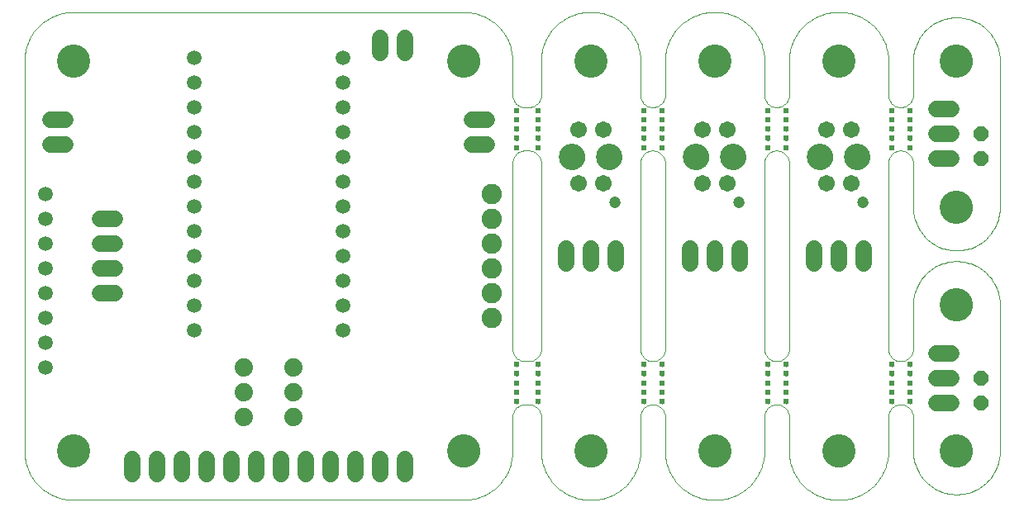
<source format=gbs>
G75*
G70*
%OFA0B0*%
%FSLAX24Y24*%
%IPPOS*%
%LPD*%
%AMOC8*
5,1,8,0,0,1.08239X$1,22.5*
%
%ADD10C,0.0000*%
%ADD11C,0.0237*%
%ADD12C,0.0674*%
%ADD13C,0.0740*%
%ADD14C,0.0595*%
%ADD15C,0.0820*%
%ADD16C,0.1340*%
%ADD17C,0.0674*%
%ADD18C,0.0474*%
%ADD19C,0.1064*%
%ADD20C,0.0680*%
%ADD21OC8,0.0600*%
D10*
X002285Y000317D02*
X018033Y000317D01*
X017403Y002285D02*
X017405Y002335D01*
X017411Y002385D01*
X017421Y002434D01*
X017435Y002482D01*
X017452Y002529D01*
X017473Y002574D01*
X017498Y002618D01*
X017526Y002659D01*
X017558Y002698D01*
X017592Y002735D01*
X017629Y002769D01*
X017669Y002799D01*
X017711Y002826D01*
X017755Y002850D01*
X017801Y002871D01*
X017848Y002887D01*
X017896Y002900D01*
X017946Y002909D01*
X017995Y002914D01*
X018046Y002915D01*
X018096Y002912D01*
X018145Y002905D01*
X018194Y002894D01*
X018242Y002879D01*
X018288Y002861D01*
X018333Y002839D01*
X018376Y002813D01*
X018417Y002784D01*
X018456Y002752D01*
X018492Y002717D01*
X018524Y002679D01*
X018554Y002639D01*
X018581Y002596D01*
X018604Y002552D01*
X018623Y002506D01*
X018639Y002458D01*
X018651Y002409D01*
X018659Y002360D01*
X018663Y002310D01*
X018663Y002260D01*
X018659Y002210D01*
X018651Y002161D01*
X018639Y002112D01*
X018623Y002064D01*
X018604Y002018D01*
X018581Y001974D01*
X018554Y001931D01*
X018524Y001891D01*
X018492Y001853D01*
X018456Y001818D01*
X018417Y001786D01*
X018376Y001757D01*
X018333Y001731D01*
X018288Y001709D01*
X018242Y001691D01*
X018194Y001676D01*
X018145Y001665D01*
X018096Y001658D01*
X018046Y001655D01*
X017995Y001656D01*
X017946Y001661D01*
X017896Y001670D01*
X017848Y001683D01*
X017801Y001699D01*
X017755Y001720D01*
X017711Y001744D01*
X017669Y001771D01*
X017629Y001801D01*
X017592Y001835D01*
X017558Y001872D01*
X017526Y001911D01*
X017498Y001952D01*
X017473Y001996D01*
X017452Y002041D01*
X017435Y002088D01*
X017421Y002136D01*
X017411Y002185D01*
X017405Y002235D01*
X017403Y002285D01*
X018033Y000316D02*
X018127Y000318D01*
X018220Y000325D01*
X018313Y000336D01*
X018406Y000352D01*
X018497Y000372D01*
X018588Y000396D01*
X018677Y000424D01*
X018765Y000457D01*
X018851Y000494D01*
X018935Y000535D01*
X019018Y000580D01*
X019098Y000629D01*
X019175Y000681D01*
X019250Y000737D01*
X019322Y000797D01*
X019392Y000860D01*
X019458Y000926D01*
X019521Y000996D01*
X019581Y001068D01*
X019637Y001143D01*
X019689Y001220D01*
X019738Y001301D01*
X019783Y001383D01*
X019824Y001467D01*
X019861Y001553D01*
X019894Y001641D01*
X019922Y001730D01*
X019946Y001821D01*
X019966Y001912D01*
X019982Y002005D01*
X019993Y002098D01*
X020000Y002191D01*
X020002Y002285D01*
X020002Y003659D01*
X020004Y003703D01*
X020010Y003746D01*
X020019Y003788D01*
X020032Y003830D01*
X020049Y003870D01*
X020069Y003909D01*
X020092Y003946D01*
X020119Y003980D01*
X020148Y004013D01*
X020181Y004042D01*
X020215Y004069D01*
X020252Y004092D01*
X020291Y004112D01*
X020331Y004129D01*
X020373Y004142D01*
X020415Y004151D01*
X020458Y004157D01*
X020502Y004159D01*
X020659Y004159D01*
X020955Y004284D02*
X020957Y004302D01*
X020963Y004318D01*
X020972Y004333D01*
X020985Y004346D01*
X021000Y004355D01*
X021016Y004361D01*
X021034Y004363D01*
X021052Y004361D01*
X021068Y004355D01*
X021083Y004346D01*
X021096Y004333D01*
X021105Y004318D01*
X021111Y004302D01*
X021113Y004284D01*
X021111Y004266D01*
X021105Y004250D01*
X021096Y004235D01*
X021083Y004222D01*
X021068Y004213D01*
X021052Y004207D01*
X021034Y004205D01*
X021016Y004207D01*
X021000Y004213D01*
X020985Y004222D01*
X020972Y004235D01*
X020963Y004250D01*
X020957Y004266D01*
X020955Y004284D01*
X020955Y004659D02*
X020957Y004677D01*
X020963Y004693D01*
X020972Y004708D01*
X020985Y004721D01*
X021000Y004730D01*
X021016Y004736D01*
X021034Y004738D01*
X021052Y004736D01*
X021068Y004730D01*
X021083Y004721D01*
X021096Y004708D01*
X021105Y004693D01*
X021111Y004677D01*
X021113Y004659D01*
X021111Y004641D01*
X021105Y004625D01*
X021096Y004610D01*
X021083Y004597D01*
X021068Y004588D01*
X021052Y004582D01*
X021034Y004580D01*
X021016Y004582D01*
X021000Y004588D01*
X020985Y004597D01*
X020972Y004610D01*
X020963Y004625D01*
X020957Y004641D01*
X020955Y004659D01*
X020955Y005034D02*
X020957Y005052D01*
X020963Y005068D01*
X020972Y005083D01*
X020985Y005096D01*
X021000Y005105D01*
X021016Y005111D01*
X021034Y005113D01*
X021052Y005111D01*
X021068Y005105D01*
X021083Y005096D01*
X021096Y005083D01*
X021105Y005068D01*
X021111Y005052D01*
X021113Y005034D01*
X021111Y005016D01*
X021105Y005000D01*
X021096Y004985D01*
X021083Y004972D01*
X021068Y004963D01*
X021052Y004957D01*
X021034Y004955D01*
X021016Y004957D01*
X021000Y004963D01*
X020985Y004972D01*
X020972Y004985D01*
X020963Y005000D01*
X020957Y005016D01*
X020955Y005034D01*
X020955Y005409D02*
X020957Y005427D01*
X020963Y005443D01*
X020972Y005458D01*
X020985Y005471D01*
X021000Y005480D01*
X021016Y005486D01*
X021034Y005488D01*
X021052Y005486D01*
X021068Y005480D01*
X021083Y005471D01*
X021096Y005458D01*
X021105Y005443D01*
X021111Y005427D01*
X021113Y005409D01*
X021111Y005391D01*
X021105Y005375D01*
X021096Y005360D01*
X021083Y005347D01*
X021068Y005338D01*
X021052Y005332D01*
X021034Y005330D01*
X021016Y005332D01*
X021000Y005338D01*
X020985Y005347D01*
X020972Y005360D01*
X020963Y005375D01*
X020957Y005391D01*
X020955Y005409D01*
X020955Y005784D02*
X020957Y005802D01*
X020963Y005818D01*
X020972Y005833D01*
X020985Y005846D01*
X021000Y005855D01*
X021016Y005861D01*
X021034Y005863D01*
X021052Y005861D01*
X021068Y005855D01*
X021083Y005846D01*
X021096Y005833D01*
X021105Y005818D01*
X021111Y005802D01*
X021113Y005784D01*
X021111Y005766D01*
X021105Y005750D01*
X021096Y005735D01*
X021083Y005722D01*
X021068Y005713D01*
X021052Y005707D01*
X021034Y005705D01*
X021016Y005707D01*
X021000Y005713D01*
X020985Y005722D01*
X020972Y005735D01*
X020963Y005750D01*
X020957Y005766D01*
X020955Y005784D01*
X020659Y005909D02*
X020502Y005909D01*
X020080Y005784D02*
X020082Y005802D01*
X020088Y005818D01*
X020097Y005833D01*
X020110Y005846D01*
X020125Y005855D01*
X020141Y005861D01*
X020159Y005863D01*
X020177Y005861D01*
X020193Y005855D01*
X020208Y005846D01*
X020221Y005833D01*
X020230Y005818D01*
X020236Y005802D01*
X020238Y005784D01*
X020236Y005766D01*
X020230Y005750D01*
X020221Y005735D01*
X020208Y005722D01*
X020193Y005713D01*
X020177Y005707D01*
X020159Y005705D01*
X020141Y005707D01*
X020125Y005713D01*
X020110Y005722D01*
X020097Y005735D01*
X020088Y005750D01*
X020082Y005766D01*
X020080Y005784D01*
X020080Y005409D02*
X020082Y005427D01*
X020088Y005443D01*
X020097Y005458D01*
X020110Y005471D01*
X020125Y005480D01*
X020141Y005486D01*
X020159Y005488D01*
X020177Y005486D01*
X020193Y005480D01*
X020208Y005471D01*
X020221Y005458D01*
X020230Y005443D01*
X020236Y005427D01*
X020238Y005409D01*
X020236Y005391D01*
X020230Y005375D01*
X020221Y005360D01*
X020208Y005347D01*
X020193Y005338D01*
X020177Y005332D01*
X020159Y005330D01*
X020141Y005332D01*
X020125Y005338D01*
X020110Y005347D01*
X020097Y005360D01*
X020088Y005375D01*
X020082Y005391D01*
X020080Y005409D01*
X020080Y005034D02*
X020082Y005052D01*
X020088Y005068D01*
X020097Y005083D01*
X020110Y005096D01*
X020125Y005105D01*
X020141Y005111D01*
X020159Y005113D01*
X020177Y005111D01*
X020193Y005105D01*
X020208Y005096D01*
X020221Y005083D01*
X020230Y005068D01*
X020236Y005052D01*
X020238Y005034D01*
X020236Y005016D01*
X020230Y005000D01*
X020221Y004985D01*
X020208Y004972D01*
X020193Y004963D01*
X020177Y004957D01*
X020159Y004955D01*
X020141Y004957D01*
X020125Y004963D01*
X020110Y004972D01*
X020097Y004985D01*
X020088Y005000D01*
X020082Y005016D01*
X020080Y005034D01*
X020080Y004659D02*
X020082Y004677D01*
X020088Y004693D01*
X020097Y004708D01*
X020110Y004721D01*
X020125Y004730D01*
X020141Y004736D01*
X020159Y004738D01*
X020177Y004736D01*
X020193Y004730D01*
X020208Y004721D01*
X020221Y004708D01*
X020230Y004693D01*
X020236Y004677D01*
X020238Y004659D01*
X020236Y004641D01*
X020230Y004625D01*
X020221Y004610D01*
X020208Y004597D01*
X020193Y004588D01*
X020177Y004582D01*
X020159Y004580D01*
X020141Y004582D01*
X020125Y004588D01*
X020110Y004597D01*
X020097Y004610D01*
X020088Y004625D01*
X020082Y004641D01*
X020080Y004659D01*
X020080Y004284D02*
X020082Y004302D01*
X020088Y004318D01*
X020097Y004333D01*
X020110Y004346D01*
X020125Y004355D01*
X020141Y004361D01*
X020159Y004363D01*
X020177Y004361D01*
X020193Y004355D01*
X020208Y004346D01*
X020221Y004333D01*
X020230Y004318D01*
X020236Y004302D01*
X020238Y004284D01*
X020236Y004266D01*
X020230Y004250D01*
X020221Y004235D01*
X020208Y004222D01*
X020193Y004213D01*
X020177Y004207D01*
X020159Y004205D01*
X020141Y004207D01*
X020125Y004213D01*
X020110Y004222D01*
X020097Y004235D01*
X020088Y004250D01*
X020082Y004266D01*
X020080Y004284D01*
X020659Y004159D02*
X020703Y004157D01*
X020746Y004151D01*
X020788Y004142D01*
X020830Y004129D01*
X020870Y004112D01*
X020909Y004092D01*
X020946Y004069D01*
X020980Y004042D01*
X021013Y004013D01*
X021042Y003980D01*
X021069Y003946D01*
X021092Y003909D01*
X021112Y003870D01*
X021129Y003830D01*
X021142Y003788D01*
X021151Y003746D01*
X021157Y003703D01*
X021159Y003659D01*
X021159Y002285D01*
X021161Y002191D01*
X021168Y002098D01*
X021179Y002005D01*
X021195Y001912D01*
X021215Y001821D01*
X021239Y001730D01*
X021267Y001641D01*
X021300Y001553D01*
X021337Y001467D01*
X021378Y001383D01*
X021423Y001301D01*
X021472Y001220D01*
X021524Y001143D01*
X021580Y001068D01*
X021640Y000996D01*
X021703Y000926D01*
X021769Y000860D01*
X021839Y000797D01*
X021911Y000737D01*
X021986Y000681D01*
X022063Y000629D01*
X022143Y000580D01*
X022226Y000535D01*
X022310Y000494D01*
X022396Y000457D01*
X022484Y000424D01*
X022573Y000396D01*
X022664Y000372D01*
X022755Y000352D01*
X022848Y000336D01*
X022941Y000325D01*
X023034Y000318D01*
X023128Y000316D01*
X023128Y000317D02*
X023191Y000317D01*
X023191Y000316D02*
X023285Y000318D01*
X023378Y000325D01*
X023471Y000336D01*
X023564Y000352D01*
X023655Y000372D01*
X023746Y000396D01*
X023835Y000424D01*
X023923Y000457D01*
X024009Y000494D01*
X024093Y000535D01*
X024176Y000580D01*
X024256Y000629D01*
X024333Y000681D01*
X024408Y000737D01*
X024480Y000797D01*
X024550Y000860D01*
X024616Y000926D01*
X024679Y000996D01*
X024739Y001068D01*
X024795Y001143D01*
X024847Y001220D01*
X024896Y001301D01*
X024941Y001383D01*
X024982Y001467D01*
X025019Y001553D01*
X025052Y001641D01*
X025080Y001730D01*
X025104Y001821D01*
X025124Y001912D01*
X025140Y002005D01*
X025151Y002098D01*
X025158Y002191D01*
X025160Y002285D01*
X025159Y002285D02*
X025159Y003659D01*
X025659Y004159D02*
X025703Y004157D01*
X025746Y004151D01*
X025788Y004142D01*
X025830Y004129D01*
X025870Y004112D01*
X025909Y004092D01*
X025946Y004069D01*
X025980Y004042D01*
X026013Y004013D01*
X026042Y003980D01*
X026069Y003946D01*
X026092Y003909D01*
X026112Y003870D01*
X026129Y003830D01*
X026142Y003788D01*
X026151Y003746D01*
X026157Y003703D01*
X026159Y003659D01*
X026159Y002285D01*
X026161Y002191D01*
X026168Y002098D01*
X026179Y002005D01*
X026195Y001912D01*
X026215Y001821D01*
X026239Y001730D01*
X026267Y001641D01*
X026300Y001553D01*
X026337Y001467D01*
X026378Y001383D01*
X026423Y001301D01*
X026472Y001220D01*
X026524Y001143D01*
X026580Y001068D01*
X026640Y000996D01*
X026703Y000926D01*
X026769Y000860D01*
X026839Y000797D01*
X026911Y000737D01*
X026986Y000681D01*
X027063Y000629D01*
X027143Y000580D01*
X027226Y000535D01*
X027310Y000494D01*
X027396Y000457D01*
X027484Y000424D01*
X027573Y000396D01*
X027664Y000372D01*
X027755Y000352D01*
X027848Y000336D01*
X027941Y000325D01*
X028034Y000318D01*
X028128Y000316D01*
X028128Y000317D02*
X028191Y000317D01*
X028191Y000316D02*
X028285Y000318D01*
X028378Y000325D01*
X028471Y000336D01*
X028564Y000352D01*
X028655Y000372D01*
X028746Y000396D01*
X028835Y000424D01*
X028923Y000457D01*
X029009Y000494D01*
X029093Y000535D01*
X029176Y000580D01*
X029256Y000629D01*
X029333Y000681D01*
X029408Y000737D01*
X029480Y000797D01*
X029550Y000860D01*
X029616Y000926D01*
X029679Y000996D01*
X029739Y001068D01*
X029795Y001143D01*
X029847Y001220D01*
X029896Y001301D01*
X029941Y001383D01*
X029982Y001467D01*
X030019Y001553D01*
X030052Y001641D01*
X030080Y001730D01*
X030104Y001821D01*
X030124Y001912D01*
X030140Y002005D01*
X030151Y002098D01*
X030158Y002191D01*
X030160Y002285D01*
X030159Y002285D02*
X030159Y003659D01*
X030659Y004159D02*
X030703Y004157D01*
X030746Y004151D01*
X030788Y004142D01*
X030830Y004129D01*
X030870Y004112D01*
X030909Y004092D01*
X030946Y004069D01*
X030980Y004042D01*
X031013Y004013D01*
X031042Y003980D01*
X031069Y003946D01*
X031092Y003909D01*
X031112Y003870D01*
X031129Y003830D01*
X031142Y003788D01*
X031151Y003746D01*
X031157Y003703D01*
X031159Y003659D01*
X031159Y002285D01*
X031161Y002191D01*
X031168Y002098D01*
X031179Y002005D01*
X031195Y001912D01*
X031215Y001821D01*
X031239Y001730D01*
X031267Y001641D01*
X031300Y001553D01*
X031337Y001467D01*
X031378Y001383D01*
X031423Y001301D01*
X031472Y001220D01*
X031524Y001143D01*
X031580Y001068D01*
X031640Y000996D01*
X031703Y000926D01*
X031769Y000860D01*
X031839Y000797D01*
X031911Y000737D01*
X031986Y000681D01*
X032063Y000629D01*
X032143Y000580D01*
X032226Y000535D01*
X032310Y000494D01*
X032396Y000457D01*
X032484Y000424D01*
X032573Y000396D01*
X032664Y000372D01*
X032755Y000352D01*
X032848Y000336D01*
X032941Y000325D01*
X033034Y000318D01*
X033128Y000316D01*
X033128Y000317D02*
X033191Y000317D01*
X033191Y000316D02*
X033285Y000318D01*
X033378Y000325D01*
X033471Y000336D01*
X033564Y000352D01*
X033655Y000372D01*
X033746Y000396D01*
X033835Y000424D01*
X033923Y000457D01*
X034009Y000494D01*
X034093Y000535D01*
X034176Y000580D01*
X034256Y000629D01*
X034333Y000681D01*
X034408Y000737D01*
X034480Y000797D01*
X034550Y000860D01*
X034616Y000926D01*
X034679Y000996D01*
X034739Y001068D01*
X034795Y001143D01*
X034847Y001220D01*
X034896Y001301D01*
X034941Y001383D01*
X034982Y001467D01*
X035019Y001553D01*
X035052Y001641D01*
X035080Y001730D01*
X035104Y001821D01*
X035124Y001912D01*
X035140Y002005D01*
X035151Y002098D01*
X035158Y002191D01*
X035160Y002285D01*
X035159Y002285D02*
X035159Y003659D01*
X035659Y004159D02*
X035703Y004157D01*
X035746Y004151D01*
X035788Y004142D01*
X035830Y004129D01*
X035870Y004112D01*
X035909Y004092D01*
X035946Y004069D01*
X035980Y004042D01*
X036013Y004013D01*
X036042Y003980D01*
X036069Y003946D01*
X036092Y003909D01*
X036112Y003870D01*
X036129Y003830D01*
X036142Y003788D01*
X036151Y003746D01*
X036157Y003703D01*
X036159Y003659D01*
X036159Y002285D01*
X037279Y002285D02*
X037281Y002335D01*
X037287Y002385D01*
X037297Y002434D01*
X037311Y002482D01*
X037328Y002529D01*
X037349Y002574D01*
X037374Y002618D01*
X037402Y002659D01*
X037434Y002698D01*
X037468Y002735D01*
X037505Y002769D01*
X037545Y002799D01*
X037587Y002826D01*
X037631Y002850D01*
X037677Y002871D01*
X037724Y002887D01*
X037772Y002900D01*
X037822Y002909D01*
X037871Y002914D01*
X037922Y002915D01*
X037972Y002912D01*
X038021Y002905D01*
X038070Y002894D01*
X038118Y002879D01*
X038164Y002861D01*
X038209Y002839D01*
X038252Y002813D01*
X038293Y002784D01*
X038332Y002752D01*
X038368Y002717D01*
X038400Y002679D01*
X038430Y002639D01*
X038457Y002596D01*
X038480Y002552D01*
X038499Y002506D01*
X038515Y002458D01*
X038527Y002409D01*
X038535Y002360D01*
X038539Y002310D01*
X038539Y002260D01*
X038535Y002210D01*
X038527Y002161D01*
X038515Y002112D01*
X038499Y002064D01*
X038480Y002018D01*
X038457Y001974D01*
X038430Y001931D01*
X038400Y001891D01*
X038368Y001853D01*
X038332Y001818D01*
X038293Y001786D01*
X038252Y001757D01*
X038209Y001731D01*
X038164Y001709D01*
X038118Y001691D01*
X038070Y001676D01*
X038021Y001665D01*
X037972Y001658D01*
X037922Y001655D01*
X037871Y001656D01*
X037822Y001661D01*
X037772Y001670D01*
X037724Y001683D01*
X037677Y001699D01*
X037631Y001720D01*
X037587Y001744D01*
X037545Y001771D01*
X037505Y001801D01*
X037468Y001835D01*
X037434Y001872D01*
X037402Y001911D01*
X037374Y001952D01*
X037349Y001996D01*
X037328Y002041D01*
X037311Y002088D01*
X037297Y002136D01*
X037287Y002185D01*
X037281Y002235D01*
X037279Y002285D01*
X037911Y000533D02*
X037994Y000535D01*
X038077Y000541D01*
X038160Y000551D01*
X038242Y000565D01*
X038323Y000582D01*
X038403Y000604D01*
X038483Y000629D01*
X038561Y000658D01*
X038637Y000691D01*
X038712Y000727D01*
X038785Y000767D01*
X038856Y000810D01*
X038925Y000857D01*
X038992Y000907D01*
X039056Y000960D01*
X039117Y001016D01*
X039176Y001075D01*
X039232Y001136D01*
X039285Y001200D01*
X039335Y001267D01*
X039382Y001336D01*
X039425Y001407D01*
X039465Y001480D01*
X039501Y001555D01*
X039534Y001631D01*
X039563Y001709D01*
X039588Y001789D01*
X039610Y001869D01*
X039627Y001950D01*
X039641Y002032D01*
X039651Y002115D01*
X039657Y002198D01*
X039659Y002281D01*
X039659Y008195D01*
X039657Y008278D01*
X039651Y008361D01*
X039641Y008444D01*
X039627Y008526D01*
X039610Y008607D01*
X039588Y008687D01*
X039563Y008767D01*
X039534Y008845D01*
X039501Y008921D01*
X039465Y008996D01*
X039425Y009069D01*
X039382Y009140D01*
X039335Y009209D01*
X039285Y009276D01*
X039232Y009340D01*
X039176Y009401D01*
X039117Y009460D01*
X039056Y009516D01*
X038992Y009569D01*
X038925Y009619D01*
X038856Y009666D01*
X038785Y009709D01*
X038712Y009749D01*
X038637Y009785D01*
X038561Y009818D01*
X038483Y009847D01*
X038403Y009872D01*
X038323Y009894D01*
X038242Y009911D01*
X038160Y009925D01*
X038077Y009935D01*
X037994Y009941D01*
X037911Y009943D01*
X037279Y008191D02*
X037281Y008241D01*
X037287Y008291D01*
X037297Y008340D01*
X037311Y008388D01*
X037328Y008435D01*
X037349Y008480D01*
X037374Y008524D01*
X037402Y008565D01*
X037434Y008604D01*
X037468Y008641D01*
X037505Y008675D01*
X037545Y008705D01*
X037587Y008732D01*
X037631Y008756D01*
X037677Y008777D01*
X037724Y008793D01*
X037772Y008806D01*
X037822Y008815D01*
X037871Y008820D01*
X037922Y008821D01*
X037972Y008818D01*
X038021Y008811D01*
X038070Y008800D01*
X038118Y008785D01*
X038164Y008767D01*
X038209Y008745D01*
X038252Y008719D01*
X038293Y008690D01*
X038332Y008658D01*
X038368Y008623D01*
X038400Y008585D01*
X038430Y008545D01*
X038457Y008502D01*
X038480Y008458D01*
X038499Y008412D01*
X038515Y008364D01*
X038527Y008315D01*
X038535Y008266D01*
X038539Y008216D01*
X038539Y008166D01*
X038535Y008116D01*
X038527Y008067D01*
X038515Y008018D01*
X038499Y007970D01*
X038480Y007924D01*
X038457Y007880D01*
X038430Y007837D01*
X038400Y007797D01*
X038368Y007759D01*
X038332Y007724D01*
X038293Y007692D01*
X038252Y007663D01*
X038209Y007637D01*
X038164Y007615D01*
X038118Y007597D01*
X038070Y007582D01*
X038021Y007571D01*
X037972Y007564D01*
X037922Y007561D01*
X037871Y007562D01*
X037822Y007567D01*
X037772Y007576D01*
X037724Y007589D01*
X037677Y007605D01*
X037631Y007626D01*
X037587Y007650D01*
X037545Y007677D01*
X037505Y007707D01*
X037468Y007741D01*
X037434Y007778D01*
X037402Y007817D01*
X037374Y007858D01*
X037349Y007902D01*
X037328Y007947D01*
X037311Y007994D01*
X037297Y008042D01*
X037287Y008091D01*
X037281Y008141D01*
X037279Y008191D01*
X036159Y008191D02*
X036161Y008274D01*
X036167Y008358D01*
X036177Y008440D01*
X036191Y008523D01*
X036208Y008604D01*
X036230Y008685D01*
X036255Y008764D01*
X036284Y008842D01*
X036317Y008919D01*
X036354Y008994D01*
X036394Y009067D01*
X036437Y009138D01*
X036484Y009207D01*
X036534Y009274D01*
X036587Y009338D01*
X036643Y009400D01*
X036702Y009459D01*
X036764Y009515D01*
X036828Y009568D01*
X036895Y009618D01*
X036964Y009665D01*
X037035Y009708D01*
X037108Y009748D01*
X037183Y009785D01*
X037260Y009818D01*
X037338Y009847D01*
X037417Y009872D01*
X037498Y009894D01*
X037579Y009911D01*
X037662Y009925D01*
X037744Y009935D01*
X037828Y009941D01*
X037911Y009943D01*
X036159Y008191D02*
X036159Y006409D01*
X036157Y006365D01*
X036151Y006322D01*
X036142Y006280D01*
X036129Y006238D01*
X036112Y006198D01*
X036092Y006159D01*
X036069Y006122D01*
X036042Y006088D01*
X036013Y006055D01*
X035980Y006026D01*
X035946Y005999D01*
X035909Y005976D01*
X035870Y005956D01*
X035830Y005939D01*
X035788Y005926D01*
X035746Y005917D01*
X035703Y005911D01*
X035659Y005909D01*
X035205Y005784D02*
X035207Y005802D01*
X035213Y005818D01*
X035222Y005833D01*
X035235Y005846D01*
X035250Y005855D01*
X035266Y005861D01*
X035284Y005863D01*
X035302Y005861D01*
X035318Y005855D01*
X035333Y005846D01*
X035346Y005833D01*
X035355Y005818D01*
X035361Y005802D01*
X035363Y005784D01*
X035361Y005766D01*
X035355Y005750D01*
X035346Y005735D01*
X035333Y005722D01*
X035318Y005713D01*
X035302Y005707D01*
X035284Y005705D01*
X035266Y005707D01*
X035250Y005713D01*
X035235Y005722D01*
X035222Y005735D01*
X035213Y005750D01*
X035207Y005766D01*
X035205Y005784D01*
X035205Y005409D02*
X035207Y005427D01*
X035213Y005443D01*
X035222Y005458D01*
X035235Y005471D01*
X035250Y005480D01*
X035266Y005486D01*
X035284Y005488D01*
X035302Y005486D01*
X035318Y005480D01*
X035333Y005471D01*
X035346Y005458D01*
X035355Y005443D01*
X035361Y005427D01*
X035363Y005409D01*
X035361Y005391D01*
X035355Y005375D01*
X035346Y005360D01*
X035333Y005347D01*
X035318Y005338D01*
X035302Y005332D01*
X035284Y005330D01*
X035266Y005332D01*
X035250Y005338D01*
X035235Y005347D01*
X035222Y005360D01*
X035213Y005375D01*
X035207Y005391D01*
X035205Y005409D01*
X035205Y005034D02*
X035207Y005052D01*
X035213Y005068D01*
X035222Y005083D01*
X035235Y005096D01*
X035250Y005105D01*
X035266Y005111D01*
X035284Y005113D01*
X035302Y005111D01*
X035318Y005105D01*
X035333Y005096D01*
X035346Y005083D01*
X035355Y005068D01*
X035361Y005052D01*
X035363Y005034D01*
X035361Y005016D01*
X035355Y005000D01*
X035346Y004985D01*
X035333Y004972D01*
X035318Y004963D01*
X035302Y004957D01*
X035284Y004955D01*
X035266Y004957D01*
X035250Y004963D01*
X035235Y004972D01*
X035222Y004985D01*
X035213Y005000D01*
X035207Y005016D01*
X035205Y005034D01*
X035205Y004659D02*
X035207Y004677D01*
X035213Y004693D01*
X035222Y004708D01*
X035235Y004721D01*
X035250Y004730D01*
X035266Y004736D01*
X035284Y004738D01*
X035302Y004736D01*
X035318Y004730D01*
X035333Y004721D01*
X035346Y004708D01*
X035355Y004693D01*
X035361Y004677D01*
X035363Y004659D01*
X035361Y004641D01*
X035355Y004625D01*
X035346Y004610D01*
X035333Y004597D01*
X035318Y004588D01*
X035302Y004582D01*
X035284Y004580D01*
X035266Y004582D01*
X035250Y004588D01*
X035235Y004597D01*
X035222Y004610D01*
X035213Y004625D01*
X035207Y004641D01*
X035205Y004659D01*
X035205Y004284D02*
X035207Y004302D01*
X035213Y004318D01*
X035222Y004333D01*
X035235Y004346D01*
X035250Y004355D01*
X035266Y004361D01*
X035284Y004363D01*
X035302Y004361D01*
X035318Y004355D01*
X035333Y004346D01*
X035346Y004333D01*
X035355Y004318D01*
X035361Y004302D01*
X035363Y004284D01*
X035361Y004266D01*
X035355Y004250D01*
X035346Y004235D01*
X035333Y004222D01*
X035318Y004213D01*
X035302Y004207D01*
X035284Y004205D01*
X035266Y004207D01*
X035250Y004213D01*
X035235Y004222D01*
X035222Y004235D01*
X035213Y004250D01*
X035207Y004266D01*
X035205Y004284D01*
X035659Y004159D02*
X035615Y004157D01*
X035572Y004151D01*
X035530Y004142D01*
X035488Y004129D01*
X035448Y004112D01*
X035409Y004092D01*
X035372Y004069D01*
X035338Y004042D01*
X035305Y004013D01*
X035276Y003980D01*
X035249Y003946D01*
X035226Y003909D01*
X035206Y003870D01*
X035189Y003830D01*
X035176Y003788D01*
X035167Y003746D01*
X035161Y003703D01*
X035159Y003659D01*
X035955Y004284D02*
X035957Y004302D01*
X035963Y004318D01*
X035972Y004333D01*
X035985Y004346D01*
X036000Y004355D01*
X036016Y004361D01*
X036034Y004363D01*
X036052Y004361D01*
X036068Y004355D01*
X036083Y004346D01*
X036096Y004333D01*
X036105Y004318D01*
X036111Y004302D01*
X036113Y004284D01*
X036111Y004266D01*
X036105Y004250D01*
X036096Y004235D01*
X036083Y004222D01*
X036068Y004213D01*
X036052Y004207D01*
X036034Y004205D01*
X036016Y004207D01*
X036000Y004213D01*
X035985Y004222D01*
X035972Y004235D01*
X035963Y004250D01*
X035957Y004266D01*
X035955Y004284D01*
X035955Y004659D02*
X035957Y004677D01*
X035963Y004693D01*
X035972Y004708D01*
X035985Y004721D01*
X036000Y004730D01*
X036016Y004736D01*
X036034Y004738D01*
X036052Y004736D01*
X036068Y004730D01*
X036083Y004721D01*
X036096Y004708D01*
X036105Y004693D01*
X036111Y004677D01*
X036113Y004659D01*
X036111Y004641D01*
X036105Y004625D01*
X036096Y004610D01*
X036083Y004597D01*
X036068Y004588D01*
X036052Y004582D01*
X036034Y004580D01*
X036016Y004582D01*
X036000Y004588D01*
X035985Y004597D01*
X035972Y004610D01*
X035963Y004625D01*
X035957Y004641D01*
X035955Y004659D01*
X035955Y005034D02*
X035957Y005052D01*
X035963Y005068D01*
X035972Y005083D01*
X035985Y005096D01*
X036000Y005105D01*
X036016Y005111D01*
X036034Y005113D01*
X036052Y005111D01*
X036068Y005105D01*
X036083Y005096D01*
X036096Y005083D01*
X036105Y005068D01*
X036111Y005052D01*
X036113Y005034D01*
X036111Y005016D01*
X036105Y005000D01*
X036096Y004985D01*
X036083Y004972D01*
X036068Y004963D01*
X036052Y004957D01*
X036034Y004955D01*
X036016Y004957D01*
X036000Y004963D01*
X035985Y004972D01*
X035972Y004985D01*
X035963Y005000D01*
X035957Y005016D01*
X035955Y005034D01*
X035955Y005409D02*
X035957Y005427D01*
X035963Y005443D01*
X035972Y005458D01*
X035985Y005471D01*
X036000Y005480D01*
X036016Y005486D01*
X036034Y005488D01*
X036052Y005486D01*
X036068Y005480D01*
X036083Y005471D01*
X036096Y005458D01*
X036105Y005443D01*
X036111Y005427D01*
X036113Y005409D01*
X036111Y005391D01*
X036105Y005375D01*
X036096Y005360D01*
X036083Y005347D01*
X036068Y005338D01*
X036052Y005332D01*
X036034Y005330D01*
X036016Y005332D01*
X036000Y005338D01*
X035985Y005347D01*
X035972Y005360D01*
X035963Y005375D01*
X035957Y005391D01*
X035955Y005409D01*
X035955Y005784D02*
X035957Y005802D01*
X035963Y005818D01*
X035972Y005833D01*
X035985Y005846D01*
X036000Y005855D01*
X036016Y005861D01*
X036034Y005863D01*
X036052Y005861D01*
X036068Y005855D01*
X036083Y005846D01*
X036096Y005833D01*
X036105Y005818D01*
X036111Y005802D01*
X036113Y005784D01*
X036111Y005766D01*
X036105Y005750D01*
X036096Y005735D01*
X036083Y005722D01*
X036068Y005713D01*
X036052Y005707D01*
X036034Y005705D01*
X036016Y005707D01*
X036000Y005713D01*
X035985Y005722D01*
X035972Y005735D01*
X035963Y005750D01*
X035957Y005766D01*
X035955Y005784D01*
X035659Y005909D02*
X035615Y005911D01*
X035572Y005917D01*
X035530Y005926D01*
X035488Y005939D01*
X035448Y005956D01*
X035409Y005976D01*
X035372Y005999D01*
X035338Y006026D01*
X035305Y006055D01*
X035276Y006088D01*
X035249Y006122D01*
X035226Y006159D01*
X035206Y006198D01*
X035189Y006238D01*
X035176Y006280D01*
X035167Y006322D01*
X035161Y006365D01*
X035159Y006409D01*
X035159Y013909D01*
X035659Y014409D02*
X035703Y014407D01*
X035746Y014401D01*
X035788Y014392D01*
X035830Y014379D01*
X035870Y014362D01*
X035909Y014342D01*
X035946Y014319D01*
X035980Y014292D01*
X036013Y014263D01*
X036042Y014230D01*
X036069Y014196D01*
X036092Y014159D01*
X036112Y014120D01*
X036129Y014080D01*
X036142Y014038D01*
X036151Y013996D01*
X036157Y013953D01*
X036159Y013909D01*
X036159Y012128D01*
X037279Y012128D02*
X037281Y012178D01*
X037287Y012228D01*
X037297Y012277D01*
X037311Y012325D01*
X037328Y012372D01*
X037349Y012417D01*
X037374Y012461D01*
X037402Y012502D01*
X037434Y012541D01*
X037468Y012578D01*
X037505Y012612D01*
X037545Y012642D01*
X037587Y012669D01*
X037631Y012693D01*
X037677Y012714D01*
X037724Y012730D01*
X037772Y012743D01*
X037822Y012752D01*
X037871Y012757D01*
X037922Y012758D01*
X037972Y012755D01*
X038021Y012748D01*
X038070Y012737D01*
X038118Y012722D01*
X038164Y012704D01*
X038209Y012682D01*
X038252Y012656D01*
X038293Y012627D01*
X038332Y012595D01*
X038368Y012560D01*
X038400Y012522D01*
X038430Y012482D01*
X038457Y012439D01*
X038480Y012395D01*
X038499Y012349D01*
X038515Y012301D01*
X038527Y012252D01*
X038535Y012203D01*
X038539Y012153D01*
X038539Y012103D01*
X038535Y012053D01*
X038527Y012004D01*
X038515Y011955D01*
X038499Y011907D01*
X038480Y011861D01*
X038457Y011817D01*
X038430Y011774D01*
X038400Y011734D01*
X038368Y011696D01*
X038332Y011661D01*
X038293Y011629D01*
X038252Y011600D01*
X038209Y011574D01*
X038164Y011552D01*
X038118Y011534D01*
X038070Y011519D01*
X038021Y011508D01*
X037972Y011501D01*
X037922Y011498D01*
X037871Y011499D01*
X037822Y011504D01*
X037772Y011513D01*
X037724Y011526D01*
X037677Y011542D01*
X037631Y011563D01*
X037587Y011587D01*
X037545Y011614D01*
X037505Y011644D01*
X037468Y011678D01*
X037434Y011715D01*
X037402Y011754D01*
X037374Y011795D01*
X037349Y011839D01*
X037328Y011884D01*
X037311Y011931D01*
X037297Y011979D01*
X037287Y012028D01*
X037281Y012078D01*
X037279Y012128D01*
X036159Y012128D02*
X036161Y012045D01*
X036167Y011961D01*
X036177Y011879D01*
X036191Y011796D01*
X036208Y011715D01*
X036230Y011634D01*
X036255Y011555D01*
X036284Y011477D01*
X036317Y011400D01*
X036354Y011325D01*
X036394Y011252D01*
X036437Y011181D01*
X036484Y011112D01*
X036534Y011045D01*
X036587Y010981D01*
X036643Y010919D01*
X036702Y010860D01*
X036764Y010804D01*
X036828Y010751D01*
X036895Y010701D01*
X036964Y010654D01*
X037035Y010611D01*
X037108Y010571D01*
X037183Y010534D01*
X037260Y010501D01*
X037338Y010472D01*
X037417Y010447D01*
X037498Y010425D01*
X037579Y010408D01*
X037662Y010394D01*
X037744Y010384D01*
X037828Y010378D01*
X037911Y010376D01*
X037994Y010378D01*
X038077Y010384D01*
X038160Y010394D01*
X038242Y010408D01*
X038323Y010425D01*
X038403Y010447D01*
X038483Y010472D01*
X038561Y010501D01*
X038637Y010534D01*
X038712Y010570D01*
X038785Y010610D01*
X038856Y010653D01*
X038925Y010700D01*
X038992Y010750D01*
X039056Y010803D01*
X039117Y010859D01*
X039176Y010918D01*
X039232Y010979D01*
X039285Y011043D01*
X039335Y011110D01*
X039382Y011179D01*
X039425Y011250D01*
X039465Y011323D01*
X039501Y011398D01*
X039534Y011474D01*
X039563Y011552D01*
X039588Y011632D01*
X039610Y011712D01*
X039627Y011793D01*
X039641Y011875D01*
X039651Y011958D01*
X039657Y012041D01*
X039659Y012124D01*
X039659Y018037D01*
X039657Y018120D01*
X039651Y018203D01*
X039641Y018286D01*
X039627Y018368D01*
X039610Y018449D01*
X039588Y018529D01*
X039563Y018609D01*
X039534Y018687D01*
X039501Y018763D01*
X039465Y018838D01*
X039425Y018911D01*
X039382Y018982D01*
X039335Y019051D01*
X039285Y019118D01*
X039232Y019182D01*
X039176Y019243D01*
X039117Y019302D01*
X039056Y019358D01*
X038992Y019411D01*
X038925Y019461D01*
X038856Y019508D01*
X038785Y019551D01*
X038712Y019591D01*
X038637Y019627D01*
X038561Y019660D01*
X038483Y019689D01*
X038403Y019714D01*
X038323Y019736D01*
X038242Y019753D01*
X038160Y019767D01*
X038077Y019777D01*
X037994Y019783D01*
X037911Y019785D01*
X037279Y018033D02*
X037281Y018083D01*
X037287Y018133D01*
X037297Y018182D01*
X037311Y018230D01*
X037328Y018277D01*
X037349Y018322D01*
X037374Y018366D01*
X037402Y018407D01*
X037434Y018446D01*
X037468Y018483D01*
X037505Y018517D01*
X037545Y018547D01*
X037587Y018574D01*
X037631Y018598D01*
X037677Y018619D01*
X037724Y018635D01*
X037772Y018648D01*
X037822Y018657D01*
X037871Y018662D01*
X037922Y018663D01*
X037972Y018660D01*
X038021Y018653D01*
X038070Y018642D01*
X038118Y018627D01*
X038164Y018609D01*
X038209Y018587D01*
X038252Y018561D01*
X038293Y018532D01*
X038332Y018500D01*
X038368Y018465D01*
X038400Y018427D01*
X038430Y018387D01*
X038457Y018344D01*
X038480Y018300D01*
X038499Y018254D01*
X038515Y018206D01*
X038527Y018157D01*
X038535Y018108D01*
X038539Y018058D01*
X038539Y018008D01*
X038535Y017958D01*
X038527Y017909D01*
X038515Y017860D01*
X038499Y017812D01*
X038480Y017766D01*
X038457Y017722D01*
X038430Y017679D01*
X038400Y017639D01*
X038368Y017601D01*
X038332Y017566D01*
X038293Y017534D01*
X038252Y017505D01*
X038209Y017479D01*
X038164Y017457D01*
X038118Y017439D01*
X038070Y017424D01*
X038021Y017413D01*
X037972Y017406D01*
X037922Y017403D01*
X037871Y017404D01*
X037822Y017409D01*
X037772Y017418D01*
X037724Y017431D01*
X037677Y017447D01*
X037631Y017468D01*
X037587Y017492D01*
X037545Y017519D01*
X037505Y017549D01*
X037468Y017583D01*
X037434Y017620D01*
X037402Y017659D01*
X037374Y017700D01*
X037349Y017744D01*
X037328Y017789D01*
X037311Y017836D01*
X037297Y017884D01*
X037287Y017933D01*
X037281Y017983D01*
X037279Y018033D01*
X036159Y018033D02*
X036161Y018116D01*
X036167Y018200D01*
X036177Y018282D01*
X036191Y018365D01*
X036208Y018446D01*
X036230Y018527D01*
X036255Y018606D01*
X036284Y018684D01*
X036317Y018761D01*
X036354Y018836D01*
X036394Y018909D01*
X036437Y018980D01*
X036484Y019049D01*
X036534Y019116D01*
X036587Y019180D01*
X036643Y019242D01*
X036702Y019301D01*
X036764Y019357D01*
X036828Y019410D01*
X036895Y019460D01*
X036964Y019507D01*
X037035Y019550D01*
X037108Y019590D01*
X037183Y019627D01*
X037260Y019660D01*
X037338Y019689D01*
X037417Y019714D01*
X037498Y019736D01*
X037579Y019753D01*
X037662Y019767D01*
X037744Y019777D01*
X037828Y019783D01*
X037911Y019785D01*
X036159Y018033D02*
X036159Y016659D01*
X036157Y016615D01*
X036151Y016572D01*
X036142Y016530D01*
X036129Y016488D01*
X036112Y016448D01*
X036092Y016409D01*
X036069Y016372D01*
X036042Y016338D01*
X036013Y016305D01*
X035980Y016276D01*
X035946Y016249D01*
X035909Y016226D01*
X035870Y016206D01*
X035830Y016189D01*
X035788Y016176D01*
X035746Y016167D01*
X035703Y016161D01*
X035659Y016159D01*
X035205Y016034D02*
X035207Y016052D01*
X035213Y016068D01*
X035222Y016083D01*
X035235Y016096D01*
X035250Y016105D01*
X035266Y016111D01*
X035284Y016113D01*
X035302Y016111D01*
X035318Y016105D01*
X035333Y016096D01*
X035346Y016083D01*
X035355Y016068D01*
X035361Y016052D01*
X035363Y016034D01*
X035361Y016016D01*
X035355Y016000D01*
X035346Y015985D01*
X035333Y015972D01*
X035318Y015963D01*
X035302Y015957D01*
X035284Y015955D01*
X035266Y015957D01*
X035250Y015963D01*
X035235Y015972D01*
X035222Y015985D01*
X035213Y016000D01*
X035207Y016016D01*
X035205Y016034D01*
X035205Y015659D02*
X035207Y015677D01*
X035213Y015693D01*
X035222Y015708D01*
X035235Y015721D01*
X035250Y015730D01*
X035266Y015736D01*
X035284Y015738D01*
X035302Y015736D01*
X035318Y015730D01*
X035333Y015721D01*
X035346Y015708D01*
X035355Y015693D01*
X035361Y015677D01*
X035363Y015659D01*
X035361Y015641D01*
X035355Y015625D01*
X035346Y015610D01*
X035333Y015597D01*
X035318Y015588D01*
X035302Y015582D01*
X035284Y015580D01*
X035266Y015582D01*
X035250Y015588D01*
X035235Y015597D01*
X035222Y015610D01*
X035213Y015625D01*
X035207Y015641D01*
X035205Y015659D01*
X035205Y015284D02*
X035207Y015302D01*
X035213Y015318D01*
X035222Y015333D01*
X035235Y015346D01*
X035250Y015355D01*
X035266Y015361D01*
X035284Y015363D01*
X035302Y015361D01*
X035318Y015355D01*
X035333Y015346D01*
X035346Y015333D01*
X035355Y015318D01*
X035361Y015302D01*
X035363Y015284D01*
X035361Y015266D01*
X035355Y015250D01*
X035346Y015235D01*
X035333Y015222D01*
X035318Y015213D01*
X035302Y015207D01*
X035284Y015205D01*
X035266Y015207D01*
X035250Y015213D01*
X035235Y015222D01*
X035222Y015235D01*
X035213Y015250D01*
X035207Y015266D01*
X035205Y015284D01*
X035205Y014909D02*
X035207Y014927D01*
X035213Y014943D01*
X035222Y014958D01*
X035235Y014971D01*
X035250Y014980D01*
X035266Y014986D01*
X035284Y014988D01*
X035302Y014986D01*
X035318Y014980D01*
X035333Y014971D01*
X035346Y014958D01*
X035355Y014943D01*
X035361Y014927D01*
X035363Y014909D01*
X035361Y014891D01*
X035355Y014875D01*
X035346Y014860D01*
X035333Y014847D01*
X035318Y014838D01*
X035302Y014832D01*
X035284Y014830D01*
X035266Y014832D01*
X035250Y014838D01*
X035235Y014847D01*
X035222Y014860D01*
X035213Y014875D01*
X035207Y014891D01*
X035205Y014909D01*
X035205Y014534D02*
X035207Y014552D01*
X035213Y014568D01*
X035222Y014583D01*
X035235Y014596D01*
X035250Y014605D01*
X035266Y014611D01*
X035284Y014613D01*
X035302Y014611D01*
X035318Y014605D01*
X035333Y014596D01*
X035346Y014583D01*
X035355Y014568D01*
X035361Y014552D01*
X035363Y014534D01*
X035361Y014516D01*
X035355Y014500D01*
X035346Y014485D01*
X035333Y014472D01*
X035318Y014463D01*
X035302Y014457D01*
X035284Y014455D01*
X035266Y014457D01*
X035250Y014463D01*
X035235Y014472D01*
X035222Y014485D01*
X035213Y014500D01*
X035207Y014516D01*
X035205Y014534D01*
X035659Y014409D02*
X035615Y014407D01*
X035572Y014401D01*
X035530Y014392D01*
X035488Y014379D01*
X035448Y014362D01*
X035409Y014342D01*
X035372Y014319D01*
X035338Y014292D01*
X035305Y014263D01*
X035276Y014230D01*
X035249Y014196D01*
X035226Y014159D01*
X035206Y014120D01*
X035189Y014080D01*
X035176Y014038D01*
X035167Y013996D01*
X035161Y013953D01*
X035159Y013909D01*
X035955Y014534D02*
X035957Y014552D01*
X035963Y014568D01*
X035972Y014583D01*
X035985Y014596D01*
X036000Y014605D01*
X036016Y014611D01*
X036034Y014613D01*
X036052Y014611D01*
X036068Y014605D01*
X036083Y014596D01*
X036096Y014583D01*
X036105Y014568D01*
X036111Y014552D01*
X036113Y014534D01*
X036111Y014516D01*
X036105Y014500D01*
X036096Y014485D01*
X036083Y014472D01*
X036068Y014463D01*
X036052Y014457D01*
X036034Y014455D01*
X036016Y014457D01*
X036000Y014463D01*
X035985Y014472D01*
X035972Y014485D01*
X035963Y014500D01*
X035957Y014516D01*
X035955Y014534D01*
X035955Y014909D02*
X035957Y014927D01*
X035963Y014943D01*
X035972Y014958D01*
X035985Y014971D01*
X036000Y014980D01*
X036016Y014986D01*
X036034Y014988D01*
X036052Y014986D01*
X036068Y014980D01*
X036083Y014971D01*
X036096Y014958D01*
X036105Y014943D01*
X036111Y014927D01*
X036113Y014909D01*
X036111Y014891D01*
X036105Y014875D01*
X036096Y014860D01*
X036083Y014847D01*
X036068Y014838D01*
X036052Y014832D01*
X036034Y014830D01*
X036016Y014832D01*
X036000Y014838D01*
X035985Y014847D01*
X035972Y014860D01*
X035963Y014875D01*
X035957Y014891D01*
X035955Y014909D01*
X035955Y015284D02*
X035957Y015302D01*
X035963Y015318D01*
X035972Y015333D01*
X035985Y015346D01*
X036000Y015355D01*
X036016Y015361D01*
X036034Y015363D01*
X036052Y015361D01*
X036068Y015355D01*
X036083Y015346D01*
X036096Y015333D01*
X036105Y015318D01*
X036111Y015302D01*
X036113Y015284D01*
X036111Y015266D01*
X036105Y015250D01*
X036096Y015235D01*
X036083Y015222D01*
X036068Y015213D01*
X036052Y015207D01*
X036034Y015205D01*
X036016Y015207D01*
X036000Y015213D01*
X035985Y015222D01*
X035972Y015235D01*
X035963Y015250D01*
X035957Y015266D01*
X035955Y015284D01*
X035955Y015659D02*
X035957Y015677D01*
X035963Y015693D01*
X035972Y015708D01*
X035985Y015721D01*
X036000Y015730D01*
X036016Y015736D01*
X036034Y015738D01*
X036052Y015736D01*
X036068Y015730D01*
X036083Y015721D01*
X036096Y015708D01*
X036105Y015693D01*
X036111Y015677D01*
X036113Y015659D01*
X036111Y015641D01*
X036105Y015625D01*
X036096Y015610D01*
X036083Y015597D01*
X036068Y015588D01*
X036052Y015582D01*
X036034Y015580D01*
X036016Y015582D01*
X036000Y015588D01*
X035985Y015597D01*
X035972Y015610D01*
X035963Y015625D01*
X035957Y015641D01*
X035955Y015659D01*
X035955Y016034D02*
X035957Y016052D01*
X035963Y016068D01*
X035972Y016083D01*
X035985Y016096D01*
X036000Y016105D01*
X036016Y016111D01*
X036034Y016113D01*
X036052Y016111D01*
X036068Y016105D01*
X036083Y016096D01*
X036096Y016083D01*
X036105Y016068D01*
X036111Y016052D01*
X036113Y016034D01*
X036111Y016016D01*
X036105Y016000D01*
X036096Y015985D01*
X036083Y015972D01*
X036068Y015963D01*
X036052Y015957D01*
X036034Y015955D01*
X036016Y015957D01*
X036000Y015963D01*
X035985Y015972D01*
X035972Y015985D01*
X035963Y016000D01*
X035957Y016016D01*
X035955Y016034D01*
X035659Y016159D02*
X035615Y016161D01*
X035572Y016167D01*
X035530Y016176D01*
X035488Y016189D01*
X035448Y016206D01*
X035409Y016226D01*
X035372Y016249D01*
X035338Y016276D01*
X035305Y016305D01*
X035276Y016338D01*
X035249Y016372D01*
X035226Y016409D01*
X035206Y016448D01*
X035189Y016488D01*
X035176Y016530D01*
X035167Y016572D01*
X035161Y016615D01*
X035159Y016659D01*
X035159Y018033D01*
X035160Y018033D02*
X035158Y018127D01*
X035151Y018220D01*
X035140Y018313D01*
X035124Y018406D01*
X035104Y018497D01*
X035080Y018588D01*
X035052Y018677D01*
X035019Y018765D01*
X034982Y018851D01*
X034941Y018935D01*
X034896Y019017D01*
X034847Y019098D01*
X034795Y019175D01*
X034739Y019250D01*
X034679Y019322D01*
X034616Y019392D01*
X034550Y019458D01*
X034480Y019521D01*
X034408Y019581D01*
X034333Y019637D01*
X034256Y019689D01*
X034175Y019738D01*
X034093Y019783D01*
X034009Y019824D01*
X033923Y019861D01*
X033835Y019894D01*
X033746Y019922D01*
X033655Y019946D01*
X033564Y019966D01*
X033471Y019982D01*
X033378Y019993D01*
X033285Y020000D01*
X033191Y020002D01*
X033128Y020002D01*
X033034Y020000D01*
X032941Y019993D01*
X032848Y019982D01*
X032755Y019966D01*
X032664Y019946D01*
X032573Y019922D01*
X032484Y019894D01*
X032396Y019861D01*
X032310Y019824D01*
X032226Y019783D01*
X032143Y019738D01*
X032063Y019689D01*
X031986Y019637D01*
X031911Y019581D01*
X031839Y019521D01*
X031769Y019458D01*
X031703Y019392D01*
X031640Y019322D01*
X031580Y019250D01*
X031524Y019175D01*
X031472Y019098D01*
X031423Y019018D01*
X031378Y018935D01*
X031337Y018851D01*
X031300Y018765D01*
X031267Y018677D01*
X031239Y018588D01*
X031215Y018497D01*
X031195Y018406D01*
X031179Y018313D01*
X031168Y018220D01*
X031161Y018127D01*
X031159Y018033D01*
X031159Y016659D01*
X031157Y016615D01*
X031151Y016572D01*
X031142Y016530D01*
X031129Y016488D01*
X031112Y016448D01*
X031092Y016409D01*
X031069Y016372D01*
X031042Y016338D01*
X031013Y016305D01*
X030980Y016276D01*
X030946Y016249D01*
X030909Y016226D01*
X030870Y016206D01*
X030830Y016189D01*
X030788Y016176D01*
X030746Y016167D01*
X030703Y016161D01*
X030659Y016159D01*
X030205Y016034D02*
X030207Y016052D01*
X030213Y016068D01*
X030222Y016083D01*
X030235Y016096D01*
X030250Y016105D01*
X030266Y016111D01*
X030284Y016113D01*
X030302Y016111D01*
X030318Y016105D01*
X030333Y016096D01*
X030346Y016083D01*
X030355Y016068D01*
X030361Y016052D01*
X030363Y016034D01*
X030361Y016016D01*
X030355Y016000D01*
X030346Y015985D01*
X030333Y015972D01*
X030318Y015963D01*
X030302Y015957D01*
X030284Y015955D01*
X030266Y015957D01*
X030250Y015963D01*
X030235Y015972D01*
X030222Y015985D01*
X030213Y016000D01*
X030207Y016016D01*
X030205Y016034D01*
X030205Y015659D02*
X030207Y015677D01*
X030213Y015693D01*
X030222Y015708D01*
X030235Y015721D01*
X030250Y015730D01*
X030266Y015736D01*
X030284Y015738D01*
X030302Y015736D01*
X030318Y015730D01*
X030333Y015721D01*
X030346Y015708D01*
X030355Y015693D01*
X030361Y015677D01*
X030363Y015659D01*
X030361Y015641D01*
X030355Y015625D01*
X030346Y015610D01*
X030333Y015597D01*
X030318Y015588D01*
X030302Y015582D01*
X030284Y015580D01*
X030266Y015582D01*
X030250Y015588D01*
X030235Y015597D01*
X030222Y015610D01*
X030213Y015625D01*
X030207Y015641D01*
X030205Y015659D01*
X030205Y015284D02*
X030207Y015302D01*
X030213Y015318D01*
X030222Y015333D01*
X030235Y015346D01*
X030250Y015355D01*
X030266Y015361D01*
X030284Y015363D01*
X030302Y015361D01*
X030318Y015355D01*
X030333Y015346D01*
X030346Y015333D01*
X030355Y015318D01*
X030361Y015302D01*
X030363Y015284D01*
X030361Y015266D01*
X030355Y015250D01*
X030346Y015235D01*
X030333Y015222D01*
X030318Y015213D01*
X030302Y015207D01*
X030284Y015205D01*
X030266Y015207D01*
X030250Y015213D01*
X030235Y015222D01*
X030222Y015235D01*
X030213Y015250D01*
X030207Y015266D01*
X030205Y015284D01*
X030205Y014909D02*
X030207Y014927D01*
X030213Y014943D01*
X030222Y014958D01*
X030235Y014971D01*
X030250Y014980D01*
X030266Y014986D01*
X030284Y014988D01*
X030302Y014986D01*
X030318Y014980D01*
X030333Y014971D01*
X030346Y014958D01*
X030355Y014943D01*
X030361Y014927D01*
X030363Y014909D01*
X030361Y014891D01*
X030355Y014875D01*
X030346Y014860D01*
X030333Y014847D01*
X030318Y014838D01*
X030302Y014832D01*
X030284Y014830D01*
X030266Y014832D01*
X030250Y014838D01*
X030235Y014847D01*
X030222Y014860D01*
X030213Y014875D01*
X030207Y014891D01*
X030205Y014909D01*
X030205Y014534D02*
X030207Y014552D01*
X030213Y014568D01*
X030222Y014583D01*
X030235Y014596D01*
X030250Y014605D01*
X030266Y014611D01*
X030284Y014613D01*
X030302Y014611D01*
X030318Y014605D01*
X030333Y014596D01*
X030346Y014583D01*
X030355Y014568D01*
X030361Y014552D01*
X030363Y014534D01*
X030361Y014516D01*
X030355Y014500D01*
X030346Y014485D01*
X030333Y014472D01*
X030318Y014463D01*
X030302Y014457D01*
X030284Y014455D01*
X030266Y014457D01*
X030250Y014463D01*
X030235Y014472D01*
X030222Y014485D01*
X030213Y014500D01*
X030207Y014516D01*
X030205Y014534D01*
X030955Y014534D02*
X030957Y014552D01*
X030963Y014568D01*
X030972Y014583D01*
X030985Y014596D01*
X031000Y014605D01*
X031016Y014611D01*
X031034Y014613D01*
X031052Y014611D01*
X031068Y014605D01*
X031083Y014596D01*
X031096Y014583D01*
X031105Y014568D01*
X031111Y014552D01*
X031113Y014534D01*
X031111Y014516D01*
X031105Y014500D01*
X031096Y014485D01*
X031083Y014472D01*
X031068Y014463D01*
X031052Y014457D01*
X031034Y014455D01*
X031016Y014457D01*
X031000Y014463D01*
X030985Y014472D01*
X030972Y014485D01*
X030963Y014500D01*
X030957Y014516D01*
X030955Y014534D01*
X030955Y014909D02*
X030957Y014927D01*
X030963Y014943D01*
X030972Y014958D01*
X030985Y014971D01*
X031000Y014980D01*
X031016Y014986D01*
X031034Y014988D01*
X031052Y014986D01*
X031068Y014980D01*
X031083Y014971D01*
X031096Y014958D01*
X031105Y014943D01*
X031111Y014927D01*
X031113Y014909D01*
X031111Y014891D01*
X031105Y014875D01*
X031096Y014860D01*
X031083Y014847D01*
X031068Y014838D01*
X031052Y014832D01*
X031034Y014830D01*
X031016Y014832D01*
X031000Y014838D01*
X030985Y014847D01*
X030972Y014860D01*
X030963Y014875D01*
X030957Y014891D01*
X030955Y014909D01*
X030955Y015284D02*
X030957Y015302D01*
X030963Y015318D01*
X030972Y015333D01*
X030985Y015346D01*
X031000Y015355D01*
X031016Y015361D01*
X031034Y015363D01*
X031052Y015361D01*
X031068Y015355D01*
X031083Y015346D01*
X031096Y015333D01*
X031105Y015318D01*
X031111Y015302D01*
X031113Y015284D01*
X031111Y015266D01*
X031105Y015250D01*
X031096Y015235D01*
X031083Y015222D01*
X031068Y015213D01*
X031052Y015207D01*
X031034Y015205D01*
X031016Y015207D01*
X031000Y015213D01*
X030985Y015222D01*
X030972Y015235D01*
X030963Y015250D01*
X030957Y015266D01*
X030955Y015284D01*
X030955Y015659D02*
X030957Y015677D01*
X030963Y015693D01*
X030972Y015708D01*
X030985Y015721D01*
X031000Y015730D01*
X031016Y015736D01*
X031034Y015738D01*
X031052Y015736D01*
X031068Y015730D01*
X031083Y015721D01*
X031096Y015708D01*
X031105Y015693D01*
X031111Y015677D01*
X031113Y015659D01*
X031111Y015641D01*
X031105Y015625D01*
X031096Y015610D01*
X031083Y015597D01*
X031068Y015588D01*
X031052Y015582D01*
X031034Y015580D01*
X031016Y015582D01*
X031000Y015588D01*
X030985Y015597D01*
X030972Y015610D01*
X030963Y015625D01*
X030957Y015641D01*
X030955Y015659D01*
X030955Y016034D02*
X030957Y016052D01*
X030963Y016068D01*
X030972Y016083D01*
X030985Y016096D01*
X031000Y016105D01*
X031016Y016111D01*
X031034Y016113D01*
X031052Y016111D01*
X031068Y016105D01*
X031083Y016096D01*
X031096Y016083D01*
X031105Y016068D01*
X031111Y016052D01*
X031113Y016034D01*
X031111Y016016D01*
X031105Y016000D01*
X031096Y015985D01*
X031083Y015972D01*
X031068Y015963D01*
X031052Y015957D01*
X031034Y015955D01*
X031016Y015957D01*
X031000Y015963D01*
X030985Y015972D01*
X030972Y015985D01*
X030963Y016000D01*
X030957Y016016D01*
X030955Y016034D01*
X030659Y016159D02*
X030615Y016161D01*
X030572Y016167D01*
X030530Y016176D01*
X030488Y016189D01*
X030448Y016206D01*
X030409Y016226D01*
X030372Y016249D01*
X030338Y016276D01*
X030305Y016305D01*
X030276Y016338D01*
X030249Y016372D01*
X030226Y016409D01*
X030206Y016448D01*
X030189Y016488D01*
X030176Y016530D01*
X030167Y016572D01*
X030161Y016615D01*
X030159Y016659D01*
X030159Y018033D01*
X030160Y018033D02*
X030158Y018127D01*
X030151Y018220D01*
X030140Y018313D01*
X030124Y018406D01*
X030104Y018497D01*
X030080Y018588D01*
X030052Y018677D01*
X030019Y018765D01*
X029982Y018851D01*
X029941Y018935D01*
X029896Y019017D01*
X029847Y019098D01*
X029795Y019175D01*
X029739Y019250D01*
X029679Y019322D01*
X029616Y019392D01*
X029550Y019458D01*
X029480Y019521D01*
X029408Y019581D01*
X029333Y019637D01*
X029256Y019689D01*
X029175Y019738D01*
X029093Y019783D01*
X029009Y019824D01*
X028923Y019861D01*
X028835Y019894D01*
X028746Y019922D01*
X028655Y019946D01*
X028564Y019966D01*
X028471Y019982D01*
X028378Y019993D01*
X028285Y020000D01*
X028191Y020002D01*
X028128Y020002D01*
X028034Y020000D01*
X027941Y019993D01*
X027848Y019982D01*
X027755Y019966D01*
X027664Y019946D01*
X027573Y019922D01*
X027484Y019894D01*
X027396Y019861D01*
X027310Y019824D01*
X027226Y019783D01*
X027143Y019738D01*
X027063Y019689D01*
X026986Y019637D01*
X026911Y019581D01*
X026839Y019521D01*
X026769Y019458D01*
X026703Y019392D01*
X026640Y019322D01*
X026580Y019250D01*
X026524Y019175D01*
X026472Y019098D01*
X026423Y019018D01*
X026378Y018935D01*
X026337Y018851D01*
X026300Y018765D01*
X026267Y018677D01*
X026239Y018588D01*
X026215Y018497D01*
X026195Y018406D01*
X026179Y018313D01*
X026168Y018220D01*
X026161Y018127D01*
X026159Y018033D01*
X026159Y016659D01*
X026157Y016615D01*
X026151Y016572D01*
X026142Y016530D01*
X026129Y016488D01*
X026112Y016448D01*
X026092Y016409D01*
X026069Y016372D01*
X026042Y016338D01*
X026013Y016305D01*
X025980Y016276D01*
X025946Y016249D01*
X025909Y016226D01*
X025870Y016206D01*
X025830Y016189D01*
X025788Y016176D01*
X025746Y016167D01*
X025703Y016161D01*
X025659Y016159D01*
X025205Y016034D02*
X025207Y016052D01*
X025213Y016068D01*
X025222Y016083D01*
X025235Y016096D01*
X025250Y016105D01*
X025266Y016111D01*
X025284Y016113D01*
X025302Y016111D01*
X025318Y016105D01*
X025333Y016096D01*
X025346Y016083D01*
X025355Y016068D01*
X025361Y016052D01*
X025363Y016034D01*
X025361Y016016D01*
X025355Y016000D01*
X025346Y015985D01*
X025333Y015972D01*
X025318Y015963D01*
X025302Y015957D01*
X025284Y015955D01*
X025266Y015957D01*
X025250Y015963D01*
X025235Y015972D01*
X025222Y015985D01*
X025213Y016000D01*
X025207Y016016D01*
X025205Y016034D01*
X025205Y015659D02*
X025207Y015677D01*
X025213Y015693D01*
X025222Y015708D01*
X025235Y015721D01*
X025250Y015730D01*
X025266Y015736D01*
X025284Y015738D01*
X025302Y015736D01*
X025318Y015730D01*
X025333Y015721D01*
X025346Y015708D01*
X025355Y015693D01*
X025361Y015677D01*
X025363Y015659D01*
X025361Y015641D01*
X025355Y015625D01*
X025346Y015610D01*
X025333Y015597D01*
X025318Y015588D01*
X025302Y015582D01*
X025284Y015580D01*
X025266Y015582D01*
X025250Y015588D01*
X025235Y015597D01*
X025222Y015610D01*
X025213Y015625D01*
X025207Y015641D01*
X025205Y015659D01*
X025205Y015284D02*
X025207Y015302D01*
X025213Y015318D01*
X025222Y015333D01*
X025235Y015346D01*
X025250Y015355D01*
X025266Y015361D01*
X025284Y015363D01*
X025302Y015361D01*
X025318Y015355D01*
X025333Y015346D01*
X025346Y015333D01*
X025355Y015318D01*
X025361Y015302D01*
X025363Y015284D01*
X025361Y015266D01*
X025355Y015250D01*
X025346Y015235D01*
X025333Y015222D01*
X025318Y015213D01*
X025302Y015207D01*
X025284Y015205D01*
X025266Y015207D01*
X025250Y015213D01*
X025235Y015222D01*
X025222Y015235D01*
X025213Y015250D01*
X025207Y015266D01*
X025205Y015284D01*
X025205Y014909D02*
X025207Y014927D01*
X025213Y014943D01*
X025222Y014958D01*
X025235Y014971D01*
X025250Y014980D01*
X025266Y014986D01*
X025284Y014988D01*
X025302Y014986D01*
X025318Y014980D01*
X025333Y014971D01*
X025346Y014958D01*
X025355Y014943D01*
X025361Y014927D01*
X025363Y014909D01*
X025361Y014891D01*
X025355Y014875D01*
X025346Y014860D01*
X025333Y014847D01*
X025318Y014838D01*
X025302Y014832D01*
X025284Y014830D01*
X025266Y014832D01*
X025250Y014838D01*
X025235Y014847D01*
X025222Y014860D01*
X025213Y014875D01*
X025207Y014891D01*
X025205Y014909D01*
X025205Y014534D02*
X025207Y014552D01*
X025213Y014568D01*
X025222Y014583D01*
X025235Y014596D01*
X025250Y014605D01*
X025266Y014611D01*
X025284Y014613D01*
X025302Y014611D01*
X025318Y014605D01*
X025333Y014596D01*
X025346Y014583D01*
X025355Y014568D01*
X025361Y014552D01*
X025363Y014534D01*
X025361Y014516D01*
X025355Y014500D01*
X025346Y014485D01*
X025333Y014472D01*
X025318Y014463D01*
X025302Y014457D01*
X025284Y014455D01*
X025266Y014457D01*
X025250Y014463D01*
X025235Y014472D01*
X025222Y014485D01*
X025213Y014500D01*
X025207Y014516D01*
X025205Y014534D01*
X025159Y013909D02*
X025159Y006409D01*
X025659Y005909D02*
X025703Y005911D01*
X025746Y005917D01*
X025788Y005926D01*
X025830Y005939D01*
X025870Y005956D01*
X025909Y005976D01*
X025946Y005999D01*
X025980Y006026D01*
X026013Y006055D01*
X026042Y006088D01*
X026069Y006122D01*
X026092Y006159D01*
X026112Y006198D01*
X026129Y006238D01*
X026142Y006280D01*
X026151Y006322D01*
X026157Y006365D01*
X026159Y006409D01*
X026159Y013909D01*
X026157Y013953D01*
X026151Y013996D01*
X026142Y014038D01*
X026129Y014080D01*
X026112Y014120D01*
X026092Y014159D01*
X026069Y014196D01*
X026042Y014230D01*
X026013Y014263D01*
X025980Y014292D01*
X025946Y014319D01*
X025909Y014342D01*
X025870Y014362D01*
X025830Y014379D01*
X025788Y014392D01*
X025746Y014401D01*
X025703Y014407D01*
X025659Y014409D01*
X025955Y014534D02*
X025957Y014552D01*
X025963Y014568D01*
X025972Y014583D01*
X025985Y014596D01*
X026000Y014605D01*
X026016Y014611D01*
X026034Y014613D01*
X026052Y014611D01*
X026068Y014605D01*
X026083Y014596D01*
X026096Y014583D01*
X026105Y014568D01*
X026111Y014552D01*
X026113Y014534D01*
X026111Y014516D01*
X026105Y014500D01*
X026096Y014485D01*
X026083Y014472D01*
X026068Y014463D01*
X026052Y014457D01*
X026034Y014455D01*
X026016Y014457D01*
X026000Y014463D01*
X025985Y014472D01*
X025972Y014485D01*
X025963Y014500D01*
X025957Y014516D01*
X025955Y014534D01*
X025955Y014909D02*
X025957Y014927D01*
X025963Y014943D01*
X025972Y014958D01*
X025985Y014971D01*
X026000Y014980D01*
X026016Y014986D01*
X026034Y014988D01*
X026052Y014986D01*
X026068Y014980D01*
X026083Y014971D01*
X026096Y014958D01*
X026105Y014943D01*
X026111Y014927D01*
X026113Y014909D01*
X026111Y014891D01*
X026105Y014875D01*
X026096Y014860D01*
X026083Y014847D01*
X026068Y014838D01*
X026052Y014832D01*
X026034Y014830D01*
X026016Y014832D01*
X026000Y014838D01*
X025985Y014847D01*
X025972Y014860D01*
X025963Y014875D01*
X025957Y014891D01*
X025955Y014909D01*
X025955Y015284D02*
X025957Y015302D01*
X025963Y015318D01*
X025972Y015333D01*
X025985Y015346D01*
X026000Y015355D01*
X026016Y015361D01*
X026034Y015363D01*
X026052Y015361D01*
X026068Y015355D01*
X026083Y015346D01*
X026096Y015333D01*
X026105Y015318D01*
X026111Y015302D01*
X026113Y015284D01*
X026111Y015266D01*
X026105Y015250D01*
X026096Y015235D01*
X026083Y015222D01*
X026068Y015213D01*
X026052Y015207D01*
X026034Y015205D01*
X026016Y015207D01*
X026000Y015213D01*
X025985Y015222D01*
X025972Y015235D01*
X025963Y015250D01*
X025957Y015266D01*
X025955Y015284D01*
X025955Y015659D02*
X025957Y015677D01*
X025963Y015693D01*
X025972Y015708D01*
X025985Y015721D01*
X026000Y015730D01*
X026016Y015736D01*
X026034Y015738D01*
X026052Y015736D01*
X026068Y015730D01*
X026083Y015721D01*
X026096Y015708D01*
X026105Y015693D01*
X026111Y015677D01*
X026113Y015659D01*
X026111Y015641D01*
X026105Y015625D01*
X026096Y015610D01*
X026083Y015597D01*
X026068Y015588D01*
X026052Y015582D01*
X026034Y015580D01*
X026016Y015582D01*
X026000Y015588D01*
X025985Y015597D01*
X025972Y015610D01*
X025963Y015625D01*
X025957Y015641D01*
X025955Y015659D01*
X025955Y016034D02*
X025957Y016052D01*
X025963Y016068D01*
X025972Y016083D01*
X025985Y016096D01*
X026000Y016105D01*
X026016Y016111D01*
X026034Y016113D01*
X026052Y016111D01*
X026068Y016105D01*
X026083Y016096D01*
X026096Y016083D01*
X026105Y016068D01*
X026111Y016052D01*
X026113Y016034D01*
X026111Y016016D01*
X026105Y016000D01*
X026096Y015985D01*
X026083Y015972D01*
X026068Y015963D01*
X026052Y015957D01*
X026034Y015955D01*
X026016Y015957D01*
X026000Y015963D01*
X025985Y015972D01*
X025972Y015985D01*
X025963Y016000D01*
X025957Y016016D01*
X025955Y016034D01*
X025659Y016159D02*
X025615Y016161D01*
X025572Y016167D01*
X025530Y016176D01*
X025488Y016189D01*
X025448Y016206D01*
X025409Y016226D01*
X025372Y016249D01*
X025338Y016276D01*
X025305Y016305D01*
X025276Y016338D01*
X025249Y016372D01*
X025226Y016409D01*
X025206Y016448D01*
X025189Y016488D01*
X025176Y016530D01*
X025167Y016572D01*
X025161Y016615D01*
X025159Y016659D01*
X025159Y018033D01*
X025160Y018033D02*
X025158Y018127D01*
X025151Y018220D01*
X025140Y018313D01*
X025124Y018406D01*
X025104Y018497D01*
X025080Y018588D01*
X025052Y018677D01*
X025019Y018765D01*
X024982Y018851D01*
X024941Y018935D01*
X024896Y019017D01*
X024847Y019098D01*
X024795Y019175D01*
X024739Y019250D01*
X024679Y019322D01*
X024616Y019392D01*
X024550Y019458D01*
X024480Y019521D01*
X024408Y019581D01*
X024333Y019637D01*
X024256Y019689D01*
X024175Y019738D01*
X024093Y019783D01*
X024009Y019824D01*
X023923Y019861D01*
X023835Y019894D01*
X023746Y019922D01*
X023655Y019946D01*
X023564Y019966D01*
X023471Y019982D01*
X023378Y019993D01*
X023285Y020000D01*
X023191Y020002D01*
X023128Y020002D01*
X023034Y020000D01*
X022941Y019993D01*
X022848Y019982D01*
X022755Y019966D01*
X022664Y019946D01*
X022573Y019922D01*
X022484Y019894D01*
X022396Y019861D01*
X022310Y019824D01*
X022226Y019783D01*
X022143Y019738D01*
X022063Y019689D01*
X021986Y019637D01*
X021911Y019581D01*
X021839Y019521D01*
X021769Y019458D01*
X021703Y019392D01*
X021640Y019322D01*
X021580Y019250D01*
X021524Y019175D01*
X021472Y019098D01*
X021423Y019018D01*
X021378Y018935D01*
X021337Y018851D01*
X021300Y018765D01*
X021267Y018677D01*
X021239Y018588D01*
X021215Y018497D01*
X021195Y018406D01*
X021179Y018313D01*
X021168Y018220D01*
X021161Y018127D01*
X021159Y018033D01*
X021159Y016659D01*
X021157Y016615D01*
X021151Y016572D01*
X021142Y016530D01*
X021129Y016488D01*
X021112Y016448D01*
X021092Y016409D01*
X021069Y016372D01*
X021042Y016338D01*
X021013Y016305D01*
X020980Y016276D01*
X020946Y016249D01*
X020909Y016226D01*
X020870Y016206D01*
X020830Y016189D01*
X020788Y016176D01*
X020746Y016167D01*
X020703Y016161D01*
X020659Y016159D01*
X020502Y016159D01*
X020080Y016034D02*
X020082Y016052D01*
X020088Y016068D01*
X020097Y016083D01*
X020110Y016096D01*
X020125Y016105D01*
X020141Y016111D01*
X020159Y016113D01*
X020177Y016111D01*
X020193Y016105D01*
X020208Y016096D01*
X020221Y016083D01*
X020230Y016068D01*
X020236Y016052D01*
X020238Y016034D01*
X020236Y016016D01*
X020230Y016000D01*
X020221Y015985D01*
X020208Y015972D01*
X020193Y015963D01*
X020177Y015957D01*
X020159Y015955D01*
X020141Y015957D01*
X020125Y015963D01*
X020110Y015972D01*
X020097Y015985D01*
X020088Y016000D01*
X020082Y016016D01*
X020080Y016034D01*
X020080Y015659D02*
X020082Y015677D01*
X020088Y015693D01*
X020097Y015708D01*
X020110Y015721D01*
X020125Y015730D01*
X020141Y015736D01*
X020159Y015738D01*
X020177Y015736D01*
X020193Y015730D01*
X020208Y015721D01*
X020221Y015708D01*
X020230Y015693D01*
X020236Y015677D01*
X020238Y015659D01*
X020236Y015641D01*
X020230Y015625D01*
X020221Y015610D01*
X020208Y015597D01*
X020193Y015588D01*
X020177Y015582D01*
X020159Y015580D01*
X020141Y015582D01*
X020125Y015588D01*
X020110Y015597D01*
X020097Y015610D01*
X020088Y015625D01*
X020082Y015641D01*
X020080Y015659D01*
X020080Y015284D02*
X020082Y015302D01*
X020088Y015318D01*
X020097Y015333D01*
X020110Y015346D01*
X020125Y015355D01*
X020141Y015361D01*
X020159Y015363D01*
X020177Y015361D01*
X020193Y015355D01*
X020208Y015346D01*
X020221Y015333D01*
X020230Y015318D01*
X020236Y015302D01*
X020238Y015284D01*
X020236Y015266D01*
X020230Y015250D01*
X020221Y015235D01*
X020208Y015222D01*
X020193Y015213D01*
X020177Y015207D01*
X020159Y015205D01*
X020141Y015207D01*
X020125Y015213D01*
X020110Y015222D01*
X020097Y015235D01*
X020088Y015250D01*
X020082Y015266D01*
X020080Y015284D01*
X020080Y014909D02*
X020082Y014927D01*
X020088Y014943D01*
X020097Y014958D01*
X020110Y014971D01*
X020125Y014980D01*
X020141Y014986D01*
X020159Y014988D01*
X020177Y014986D01*
X020193Y014980D01*
X020208Y014971D01*
X020221Y014958D01*
X020230Y014943D01*
X020236Y014927D01*
X020238Y014909D01*
X020236Y014891D01*
X020230Y014875D01*
X020221Y014860D01*
X020208Y014847D01*
X020193Y014838D01*
X020177Y014832D01*
X020159Y014830D01*
X020141Y014832D01*
X020125Y014838D01*
X020110Y014847D01*
X020097Y014860D01*
X020088Y014875D01*
X020082Y014891D01*
X020080Y014909D01*
X020080Y014534D02*
X020082Y014552D01*
X020088Y014568D01*
X020097Y014583D01*
X020110Y014596D01*
X020125Y014605D01*
X020141Y014611D01*
X020159Y014613D01*
X020177Y014611D01*
X020193Y014605D01*
X020208Y014596D01*
X020221Y014583D01*
X020230Y014568D01*
X020236Y014552D01*
X020238Y014534D01*
X020236Y014516D01*
X020230Y014500D01*
X020221Y014485D01*
X020208Y014472D01*
X020193Y014463D01*
X020177Y014457D01*
X020159Y014455D01*
X020141Y014457D01*
X020125Y014463D01*
X020110Y014472D01*
X020097Y014485D01*
X020088Y014500D01*
X020082Y014516D01*
X020080Y014534D01*
X020502Y014409D02*
X020659Y014409D01*
X020955Y014534D02*
X020957Y014552D01*
X020963Y014568D01*
X020972Y014583D01*
X020985Y014596D01*
X021000Y014605D01*
X021016Y014611D01*
X021034Y014613D01*
X021052Y014611D01*
X021068Y014605D01*
X021083Y014596D01*
X021096Y014583D01*
X021105Y014568D01*
X021111Y014552D01*
X021113Y014534D01*
X021111Y014516D01*
X021105Y014500D01*
X021096Y014485D01*
X021083Y014472D01*
X021068Y014463D01*
X021052Y014457D01*
X021034Y014455D01*
X021016Y014457D01*
X021000Y014463D01*
X020985Y014472D01*
X020972Y014485D01*
X020963Y014500D01*
X020957Y014516D01*
X020955Y014534D01*
X020955Y014909D02*
X020957Y014927D01*
X020963Y014943D01*
X020972Y014958D01*
X020985Y014971D01*
X021000Y014980D01*
X021016Y014986D01*
X021034Y014988D01*
X021052Y014986D01*
X021068Y014980D01*
X021083Y014971D01*
X021096Y014958D01*
X021105Y014943D01*
X021111Y014927D01*
X021113Y014909D01*
X021111Y014891D01*
X021105Y014875D01*
X021096Y014860D01*
X021083Y014847D01*
X021068Y014838D01*
X021052Y014832D01*
X021034Y014830D01*
X021016Y014832D01*
X021000Y014838D01*
X020985Y014847D01*
X020972Y014860D01*
X020963Y014875D01*
X020957Y014891D01*
X020955Y014909D01*
X020955Y015284D02*
X020957Y015302D01*
X020963Y015318D01*
X020972Y015333D01*
X020985Y015346D01*
X021000Y015355D01*
X021016Y015361D01*
X021034Y015363D01*
X021052Y015361D01*
X021068Y015355D01*
X021083Y015346D01*
X021096Y015333D01*
X021105Y015318D01*
X021111Y015302D01*
X021113Y015284D01*
X021111Y015266D01*
X021105Y015250D01*
X021096Y015235D01*
X021083Y015222D01*
X021068Y015213D01*
X021052Y015207D01*
X021034Y015205D01*
X021016Y015207D01*
X021000Y015213D01*
X020985Y015222D01*
X020972Y015235D01*
X020963Y015250D01*
X020957Y015266D01*
X020955Y015284D01*
X020955Y015659D02*
X020957Y015677D01*
X020963Y015693D01*
X020972Y015708D01*
X020985Y015721D01*
X021000Y015730D01*
X021016Y015736D01*
X021034Y015738D01*
X021052Y015736D01*
X021068Y015730D01*
X021083Y015721D01*
X021096Y015708D01*
X021105Y015693D01*
X021111Y015677D01*
X021113Y015659D01*
X021111Y015641D01*
X021105Y015625D01*
X021096Y015610D01*
X021083Y015597D01*
X021068Y015588D01*
X021052Y015582D01*
X021034Y015580D01*
X021016Y015582D01*
X021000Y015588D01*
X020985Y015597D01*
X020972Y015610D01*
X020963Y015625D01*
X020957Y015641D01*
X020955Y015659D01*
X020955Y016034D02*
X020957Y016052D01*
X020963Y016068D01*
X020972Y016083D01*
X020985Y016096D01*
X021000Y016105D01*
X021016Y016111D01*
X021034Y016113D01*
X021052Y016111D01*
X021068Y016105D01*
X021083Y016096D01*
X021096Y016083D01*
X021105Y016068D01*
X021111Y016052D01*
X021113Y016034D01*
X021111Y016016D01*
X021105Y016000D01*
X021096Y015985D01*
X021083Y015972D01*
X021068Y015963D01*
X021052Y015957D01*
X021034Y015955D01*
X021016Y015957D01*
X021000Y015963D01*
X020985Y015972D01*
X020972Y015985D01*
X020963Y016000D01*
X020957Y016016D01*
X020955Y016034D01*
X020502Y016159D02*
X020458Y016161D01*
X020415Y016167D01*
X020373Y016176D01*
X020331Y016189D01*
X020291Y016206D01*
X020252Y016226D01*
X020215Y016249D01*
X020181Y016276D01*
X020148Y016305D01*
X020119Y016338D01*
X020092Y016372D01*
X020069Y016409D01*
X020049Y016448D01*
X020032Y016488D01*
X020019Y016530D01*
X020010Y016572D01*
X020004Y016615D01*
X020002Y016659D01*
X020002Y018033D01*
X017403Y018033D02*
X017405Y018083D01*
X017411Y018133D01*
X017421Y018182D01*
X017435Y018230D01*
X017452Y018277D01*
X017473Y018322D01*
X017498Y018366D01*
X017526Y018407D01*
X017558Y018446D01*
X017592Y018483D01*
X017629Y018517D01*
X017669Y018547D01*
X017711Y018574D01*
X017755Y018598D01*
X017801Y018619D01*
X017848Y018635D01*
X017896Y018648D01*
X017946Y018657D01*
X017995Y018662D01*
X018046Y018663D01*
X018096Y018660D01*
X018145Y018653D01*
X018194Y018642D01*
X018242Y018627D01*
X018288Y018609D01*
X018333Y018587D01*
X018376Y018561D01*
X018417Y018532D01*
X018456Y018500D01*
X018492Y018465D01*
X018524Y018427D01*
X018554Y018387D01*
X018581Y018344D01*
X018604Y018300D01*
X018623Y018254D01*
X018639Y018206D01*
X018651Y018157D01*
X018659Y018108D01*
X018663Y018058D01*
X018663Y018008D01*
X018659Y017958D01*
X018651Y017909D01*
X018639Y017860D01*
X018623Y017812D01*
X018604Y017766D01*
X018581Y017722D01*
X018554Y017679D01*
X018524Y017639D01*
X018492Y017601D01*
X018456Y017566D01*
X018417Y017534D01*
X018376Y017505D01*
X018333Y017479D01*
X018288Y017457D01*
X018242Y017439D01*
X018194Y017424D01*
X018145Y017413D01*
X018096Y017406D01*
X018046Y017403D01*
X017995Y017404D01*
X017946Y017409D01*
X017896Y017418D01*
X017848Y017431D01*
X017801Y017447D01*
X017755Y017468D01*
X017711Y017492D01*
X017669Y017519D01*
X017629Y017549D01*
X017592Y017583D01*
X017558Y017620D01*
X017526Y017659D01*
X017498Y017700D01*
X017473Y017744D01*
X017452Y017789D01*
X017435Y017836D01*
X017421Y017884D01*
X017411Y017933D01*
X017405Y017983D01*
X017403Y018033D01*
X018033Y020002D02*
X018127Y020000D01*
X018220Y019993D01*
X018313Y019982D01*
X018406Y019966D01*
X018497Y019946D01*
X018588Y019922D01*
X018677Y019894D01*
X018765Y019861D01*
X018851Y019824D01*
X018935Y019783D01*
X019017Y019738D01*
X019098Y019689D01*
X019175Y019637D01*
X019250Y019581D01*
X019322Y019521D01*
X019392Y019458D01*
X019458Y019392D01*
X019521Y019322D01*
X019581Y019250D01*
X019637Y019175D01*
X019689Y019098D01*
X019738Y019017D01*
X019783Y018935D01*
X019824Y018851D01*
X019861Y018765D01*
X019894Y018677D01*
X019922Y018588D01*
X019946Y018497D01*
X019966Y018406D01*
X019982Y018313D01*
X019993Y018220D01*
X020000Y018127D01*
X020002Y018033D01*
X022529Y018033D02*
X022531Y018083D01*
X022537Y018133D01*
X022547Y018182D01*
X022561Y018230D01*
X022578Y018277D01*
X022599Y018322D01*
X022624Y018366D01*
X022652Y018407D01*
X022684Y018446D01*
X022718Y018483D01*
X022755Y018517D01*
X022795Y018547D01*
X022837Y018574D01*
X022881Y018598D01*
X022927Y018619D01*
X022974Y018635D01*
X023022Y018648D01*
X023072Y018657D01*
X023121Y018662D01*
X023172Y018663D01*
X023222Y018660D01*
X023271Y018653D01*
X023320Y018642D01*
X023368Y018627D01*
X023414Y018609D01*
X023459Y018587D01*
X023502Y018561D01*
X023543Y018532D01*
X023582Y018500D01*
X023618Y018465D01*
X023650Y018427D01*
X023680Y018387D01*
X023707Y018344D01*
X023730Y018300D01*
X023749Y018254D01*
X023765Y018206D01*
X023777Y018157D01*
X023785Y018108D01*
X023789Y018058D01*
X023789Y018008D01*
X023785Y017958D01*
X023777Y017909D01*
X023765Y017860D01*
X023749Y017812D01*
X023730Y017766D01*
X023707Y017722D01*
X023680Y017679D01*
X023650Y017639D01*
X023618Y017601D01*
X023582Y017566D01*
X023543Y017534D01*
X023502Y017505D01*
X023459Y017479D01*
X023414Y017457D01*
X023368Y017439D01*
X023320Y017424D01*
X023271Y017413D01*
X023222Y017406D01*
X023172Y017403D01*
X023121Y017404D01*
X023072Y017409D01*
X023022Y017418D01*
X022974Y017431D01*
X022927Y017447D01*
X022881Y017468D01*
X022837Y017492D01*
X022795Y017519D01*
X022755Y017549D01*
X022718Y017583D01*
X022684Y017620D01*
X022652Y017659D01*
X022624Y017700D01*
X022599Y017744D01*
X022578Y017789D01*
X022561Y017836D01*
X022547Y017884D01*
X022537Y017933D01*
X022531Y017983D01*
X022529Y018033D01*
X018033Y020002D02*
X002285Y020002D01*
X001655Y018033D02*
X001657Y018083D01*
X001663Y018133D01*
X001673Y018182D01*
X001687Y018230D01*
X001704Y018277D01*
X001725Y018322D01*
X001750Y018366D01*
X001778Y018407D01*
X001810Y018446D01*
X001844Y018483D01*
X001881Y018517D01*
X001921Y018547D01*
X001963Y018574D01*
X002007Y018598D01*
X002053Y018619D01*
X002100Y018635D01*
X002148Y018648D01*
X002198Y018657D01*
X002247Y018662D01*
X002298Y018663D01*
X002348Y018660D01*
X002397Y018653D01*
X002446Y018642D01*
X002494Y018627D01*
X002540Y018609D01*
X002585Y018587D01*
X002628Y018561D01*
X002669Y018532D01*
X002708Y018500D01*
X002744Y018465D01*
X002776Y018427D01*
X002806Y018387D01*
X002833Y018344D01*
X002856Y018300D01*
X002875Y018254D01*
X002891Y018206D01*
X002903Y018157D01*
X002911Y018108D01*
X002915Y018058D01*
X002915Y018008D01*
X002911Y017958D01*
X002903Y017909D01*
X002891Y017860D01*
X002875Y017812D01*
X002856Y017766D01*
X002833Y017722D01*
X002806Y017679D01*
X002776Y017639D01*
X002744Y017601D01*
X002708Y017566D01*
X002669Y017534D01*
X002628Y017505D01*
X002585Y017479D01*
X002540Y017457D01*
X002494Y017439D01*
X002446Y017424D01*
X002397Y017413D01*
X002348Y017406D01*
X002298Y017403D01*
X002247Y017404D01*
X002198Y017409D01*
X002148Y017418D01*
X002100Y017431D01*
X002053Y017447D01*
X002007Y017468D01*
X001963Y017492D01*
X001921Y017519D01*
X001881Y017549D01*
X001844Y017583D01*
X001810Y017620D01*
X001778Y017659D01*
X001750Y017700D01*
X001725Y017744D01*
X001704Y017789D01*
X001687Y017836D01*
X001673Y017884D01*
X001663Y017933D01*
X001657Y017983D01*
X001655Y018033D01*
X000316Y018033D02*
X000318Y018127D01*
X000325Y018220D01*
X000336Y018313D01*
X000352Y018406D01*
X000372Y018497D01*
X000396Y018588D01*
X000424Y018677D01*
X000457Y018765D01*
X000494Y018851D01*
X000535Y018935D01*
X000580Y019018D01*
X000629Y019098D01*
X000681Y019175D01*
X000737Y019250D01*
X000797Y019322D01*
X000860Y019392D01*
X000926Y019458D01*
X000996Y019521D01*
X001068Y019581D01*
X001143Y019637D01*
X001220Y019689D01*
X001300Y019738D01*
X001383Y019783D01*
X001467Y019824D01*
X001553Y019861D01*
X001641Y019894D01*
X001730Y019922D01*
X001821Y019946D01*
X001912Y019966D01*
X002005Y019982D01*
X002098Y019993D01*
X002191Y020000D01*
X002285Y020002D01*
X000317Y018033D02*
X000317Y002285D01*
X001655Y002285D02*
X001657Y002335D01*
X001663Y002385D01*
X001673Y002434D01*
X001687Y002482D01*
X001704Y002529D01*
X001725Y002574D01*
X001750Y002618D01*
X001778Y002659D01*
X001810Y002698D01*
X001844Y002735D01*
X001881Y002769D01*
X001921Y002799D01*
X001963Y002826D01*
X002007Y002850D01*
X002053Y002871D01*
X002100Y002887D01*
X002148Y002900D01*
X002198Y002909D01*
X002247Y002914D01*
X002298Y002915D01*
X002348Y002912D01*
X002397Y002905D01*
X002446Y002894D01*
X002494Y002879D01*
X002540Y002861D01*
X002585Y002839D01*
X002628Y002813D01*
X002669Y002784D01*
X002708Y002752D01*
X002744Y002717D01*
X002776Y002679D01*
X002806Y002639D01*
X002833Y002596D01*
X002856Y002552D01*
X002875Y002506D01*
X002891Y002458D01*
X002903Y002409D01*
X002911Y002360D01*
X002915Y002310D01*
X002915Y002260D01*
X002911Y002210D01*
X002903Y002161D01*
X002891Y002112D01*
X002875Y002064D01*
X002856Y002018D01*
X002833Y001974D01*
X002806Y001931D01*
X002776Y001891D01*
X002744Y001853D01*
X002708Y001818D01*
X002669Y001786D01*
X002628Y001757D01*
X002585Y001731D01*
X002540Y001709D01*
X002494Y001691D01*
X002446Y001676D01*
X002397Y001665D01*
X002348Y001658D01*
X002298Y001655D01*
X002247Y001656D01*
X002198Y001661D01*
X002148Y001670D01*
X002100Y001683D01*
X002053Y001699D01*
X002007Y001720D01*
X001963Y001744D01*
X001921Y001771D01*
X001881Y001801D01*
X001844Y001835D01*
X001810Y001872D01*
X001778Y001911D01*
X001750Y001952D01*
X001725Y001996D01*
X001704Y002041D01*
X001687Y002088D01*
X001673Y002136D01*
X001663Y002185D01*
X001657Y002235D01*
X001655Y002285D01*
X000316Y002285D02*
X000318Y002191D01*
X000325Y002098D01*
X000336Y002005D01*
X000352Y001912D01*
X000372Y001821D01*
X000396Y001730D01*
X000424Y001641D01*
X000457Y001553D01*
X000494Y001467D01*
X000535Y001383D01*
X000580Y001301D01*
X000629Y001220D01*
X000681Y001143D01*
X000737Y001068D01*
X000797Y000996D01*
X000860Y000926D01*
X000926Y000860D01*
X000996Y000797D01*
X001068Y000737D01*
X001143Y000681D01*
X001220Y000629D01*
X001300Y000580D01*
X001383Y000535D01*
X001467Y000494D01*
X001553Y000457D01*
X001641Y000424D01*
X001730Y000396D01*
X001821Y000372D01*
X001912Y000352D01*
X002005Y000336D01*
X002098Y000325D01*
X002191Y000318D01*
X002285Y000316D01*
X020002Y006409D02*
X020002Y013909D01*
X020004Y013953D01*
X020010Y013996D01*
X020019Y014038D01*
X020032Y014080D01*
X020049Y014120D01*
X020069Y014159D01*
X020092Y014196D01*
X020119Y014230D01*
X020148Y014263D01*
X020181Y014292D01*
X020215Y014319D01*
X020252Y014342D01*
X020291Y014362D01*
X020331Y014379D01*
X020373Y014392D01*
X020415Y014401D01*
X020458Y014407D01*
X020502Y014409D01*
X020659Y014409D02*
X020703Y014407D01*
X020746Y014401D01*
X020788Y014392D01*
X020830Y014379D01*
X020870Y014362D01*
X020909Y014342D01*
X020946Y014319D01*
X020980Y014292D01*
X021013Y014263D01*
X021042Y014230D01*
X021069Y014196D01*
X021092Y014159D01*
X021112Y014120D01*
X021129Y014080D01*
X021142Y014038D01*
X021151Y013996D01*
X021157Y013953D01*
X021159Y013909D01*
X021159Y006409D01*
X021157Y006365D01*
X021151Y006322D01*
X021142Y006280D01*
X021129Y006238D01*
X021112Y006198D01*
X021092Y006159D01*
X021069Y006122D01*
X021042Y006088D01*
X021013Y006055D01*
X020980Y006026D01*
X020946Y005999D01*
X020909Y005976D01*
X020870Y005956D01*
X020830Y005939D01*
X020788Y005926D01*
X020746Y005917D01*
X020703Y005911D01*
X020659Y005909D01*
X020502Y005909D02*
X020458Y005911D01*
X020415Y005917D01*
X020373Y005926D01*
X020331Y005939D01*
X020291Y005956D01*
X020252Y005976D01*
X020215Y005999D01*
X020181Y006026D01*
X020148Y006055D01*
X020119Y006088D01*
X020092Y006122D01*
X020069Y006159D01*
X020049Y006198D01*
X020032Y006238D01*
X020019Y006280D01*
X020010Y006322D01*
X020004Y006365D01*
X020002Y006409D01*
X025205Y005784D02*
X025207Y005802D01*
X025213Y005818D01*
X025222Y005833D01*
X025235Y005846D01*
X025250Y005855D01*
X025266Y005861D01*
X025284Y005863D01*
X025302Y005861D01*
X025318Y005855D01*
X025333Y005846D01*
X025346Y005833D01*
X025355Y005818D01*
X025361Y005802D01*
X025363Y005784D01*
X025361Y005766D01*
X025355Y005750D01*
X025346Y005735D01*
X025333Y005722D01*
X025318Y005713D01*
X025302Y005707D01*
X025284Y005705D01*
X025266Y005707D01*
X025250Y005713D01*
X025235Y005722D01*
X025222Y005735D01*
X025213Y005750D01*
X025207Y005766D01*
X025205Y005784D01*
X025205Y005409D02*
X025207Y005427D01*
X025213Y005443D01*
X025222Y005458D01*
X025235Y005471D01*
X025250Y005480D01*
X025266Y005486D01*
X025284Y005488D01*
X025302Y005486D01*
X025318Y005480D01*
X025333Y005471D01*
X025346Y005458D01*
X025355Y005443D01*
X025361Y005427D01*
X025363Y005409D01*
X025361Y005391D01*
X025355Y005375D01*
X025346Y005360D01*
X025333Y005347D01*
X025318Y005338D01*
X025302Y005332D01*
X025284Y005330D01*
X025266Y005332D01*
X025250Y005338D01*
X025235Y005347D01*
X025222Y005360D01*
X025213Y005375D01*
X025207Y005391D01*
X025205Y005409D01*
X025205Y005034D02*
X025207Y005052D01*
X025213Y005068D01*
X025222Y005083D01*
X025235Y005096D01*
X025250Y005105D01*
X025266Y005111D01*
X025284Y005113D01*
X025302Y005111D01*
X025318Y005105D01*
X025333Y005096D01*
X025346Y005083D01*
X025355Y005068D01*
X025361Y005052D01*
X025363Y005034D01*
X025361Y005016D01*
X025355Y005000D01*
X025346Y004985D01*
X025333Y004972D01*
X025318Y004963D01*
X025302Y004957D01*
X025284Y004955D01*
X025266Y004957D01*
X025250Y004963D01*
X025235Y004972D01*
X025222Y004985D01*
X025213Y005000D01*
X025207Y005016D01*
X025205Y005034D01*
X025205Y004659D02*
X025207Y004677D01*
X025213Y004693D01*
X025222Y004708D01*
X025235Y004721D01*
X025250Y004730D01*
X025266Y004736D01*
X025284Y004738D01*
X025302Y004736D01*
X025318Y004730D01*
X025333Y004721D01*
X025346Y004708D01*
X025355Y004693D01*
X025361Y004677D01*
X025363Y004659D01*
X025361Y004641D01*
X025355Y004625D01*
X025346Y004610D01*
X025333Y004597D01*
X025318Y004588D01*
X025302Y004582D01*
X025284Y004580D01*
X025266Y004582D01*
X025250Y004588D01*
X025235Y004597D01*
X025222Y004610D01*
X025213Y004625D01*
X025207Y004641D01*
X025205Y004659D01*
X025205Y004284D02*
X025207Y004302D01*
X025213Y004318D01*
X025222Y004333D01*
X025235Y004346D01*
X025250Y004355D01*
X025266Y004361D01*
X025284Y004363D01*
X025302Y004361D01*
X025318Y004355D01*
X025333Y004346D01*
X025346Y004333D01*
X025355Y004318D01*
X025361Y004302D01*
X025363Y004284D01*
X025361Y004266D01*
X025355Y004250D01*
X025346Y004235D01*
X025333Y004222D01*
X025318Y004213D01*
X025302Y004207D01*
X025284Y004205D01*
X025266Y004207D01*
X025250Y004213D01*
X025235Y004222D01*
X025222Y004235D01*
X025213Y004250D01*
X025207Y004266D01*
X025205Y004284D01*
X025659Y004159D02*
X025615Y004157D01*
X025572Y004151D01*
X025530Y004142D01*
X025488Y004129D01*
X025448Y004112D01*
X025409Y004092D01*
X025372Y004069D01*
X025338Y004042D01*
X025305Y004013D01*
X025276Y003980D01*
X025249Y003946D01*
X025226Y003909D01*
X025206Y003870D01*
X025189Y003830D01*
X025176Y003788D01*
X025167Y003746D01*
X025161Y003703D01*
X025159Y003659D01*
X025955Y004284D02*
X025957Y004302D01*
X025963Y004318D01*
X025972Y004333D01*
X025985Y004346D01*
X026000Y004355D01*
X026016Y004361D01*
X026034Y004363D01*
X026052Y004361D01*
X026068Y004355D01*
X026083Y004346D01*
X026096Y004333D01*
X026105Y004318D01*
X026111Y004302D01*
X026113Y004284D01*
X026111Y004266D01*
X026105Y004250D01*
X026096Y004235D01*
X026083Y004222D01*
X026068Y004213D01*
X026052Y004207D01*
X026034Y004205D01*
X026016Y004207D01*
X026000Y004213D01*
X025985Y004222D01*
X025972Y004235D01*
X025963Y004250D01*
X025957Y004266D01*
X025955Y004284D01*
X025955Y004659D02*
X025957Y004677D01*
X025963Y004693D01*
X025972Y004708D01*
X025985Y004721D01*
X026000Y004730D01*
X026016Y004736D01*
X026034Y004738D01*
X026052Y004736D01*
X026068Y004730D01*
X026083Y004721D01*
X026096Y004708D01*
X026105Y004693D01*
X026111Y004677D01*
X026113Y004659D01*
X026111Y004641D01*
X026105Y004625D01*
X026096Y004610D01*
X026083Y004597D01*
X026068Y004588D01*
X026052Y004582D01*
X026034Y004580D01*
X026016Y004582D01*
X026000Y004588D01*
X025985Y004597D01*
X025972Y004610D01*
X025963Y004625D01*
X025957Y004641D01*
X025955Y004659D01*
X025955Y005034D02*
X025957Y005052D01*
X025963Y005068D01*
X025972Y005083D01*
X025985Y005096D01*
X026000Y005105D01*
X026016Y005111D01*
X026034Y005113D01*
X026052Y005111D01*
X026068Y005105D01*
X026083Y005096D01*
X026096Y005083D01*
X026105Y005068D01*
X026111Y005052D01*
X026113Y005034D01*
X026111Y005016D01*
X026105Y005000D01*
X026096Y004985D01*
X026083Y004972D01*
X026068Y004963D01*
X026052Y004957D01*
X026034Y004955D01*
X026016Y004957D01*
X026000Y004963D01*
X025985Y004972D01*
X025972Y004985D01*
X025963Y005000D01*
X025957Y005016D01*
X025955Y005034D01*
X025955Y005409D02*
X025957Y005427D01*
X025963Y005443D01*
X025972Y005458D01*
X025985Y005471D01*
X026000Y005480D01*
X026016Y005486D01*
X026034Y005488D01*
X026052Y005486D01*
X026068Y005480D01*
X026083Y005471D01*
X026096Y005458D01*
X026105Y005443D01*
X026111Y005427D01*
X026113Y005409D01*
X026111Y005391D01*
X026105Y005375D01*
X026096Y005360D01*
X026083Y005347D01*
X026068Y005338D01*
X026052Y005332D01*
X026034Y005330D01*
X026016Y005332D01*
X026000Y005338D01*
X025985Y005347D01*
X025972Y005360D01*
X025963Y005375D01*
X025957Y005391D01*
X025955Y005409D01*
X025955Y005784D02*
X025957Y005802D01*
X025963Y005818D01*
X025972Y005833D01*
X025985Y005846D01*
X026000Y005855D01*
X026016Y005861D01*
X026034Y005863D01*
X026052Y005861D01*
X026068Y005855D01*
X026083Y005846D01*
X026096Y005833D01*
X026105Y005818D01*
X026111Y005802D01*
X026113Y005784D01*
X026111Y005766D01*
X026105Y005750D01*
X026096Y005735D01*
X026083Y005722D01*
X026068Y005713D01*
X026052Y005707D01*
X026034Y005705D01*
X026016Y005707D01*
X026000Y005713D01*
X025985Y005722D01*
X025972Y005735D01*
X025963Y005750D01*
X025957Y005766D01*
X025955Y005784D01*
X025659Y005909D02*
X025615Y005911D01*
X025572Y005917D01*
X025530Y005926D01*
X025488Y005939D01*
X025448Y005956D01*
X025409Y005976D01*
X025372Y005999D01*
X025338Y006026D01*
X025305Y006055D01*
X025276Y006088D01*
X025249Y006122D01*
X025226Y006159D01*
X025206Y006198D01*
X025189Y006238D01*
X025176Y006280D01*
X025167Y006322D01*
X025161Y006365D01*
X025159Y006409D01*
X030159Y006409D02*
X030159Y013909D01*
X030659Y014409D02*
X030703Y014407D01*
X030746Y014401D01*
X030788Y014392D01*
X030830Y014379D01*
X030870Y014362D01*
X030909Y014342D01*
X030946Y014319D01*
X030980Y014292D01*
X031013Y014263D01*
X031042Y014230D01*
X031069Y014196D01*
X031092Y014159D01*
X031112Y014120D01*
X031129Y014080D01*
X031142Y014038D01*
X031151Y013996D01*
X031157Y013953D01*
X031159Y013909D01*
X031159Y006409D01*
X031157Y006365D01*
X031151Y006322D01*
X031142Y006280D01*
X031129Y006238D01*
X031112Y006198D01*
X031092Y006159D01*
X031069Y006122D01*
X031042Y006088D01*
X031013Y006055D01*
X030980Y006026D01*
X030946Y005999D01*
X030909Y005976D01*
X030870Y005956D01*
X030830Y005939D01*
X030788Y005926D01*
X030746Y005917D01*
X030703Y005911D01*
X030659Y005909D01*
X030205Y005784D02*
X030207Y005802D01*
X030213Y005818D01*
X030222Y005833D01*
X030235Y005846D01*
X030250Y005855D01*
X030266Y005861D01*
X030284Y005863D01*
X030302Y005861D01*
X030318Y005855D01*
X030333Y005846D01*
X030346Y005833D01*
X030355Y005818D01*
X030361Y005802D01*
X030363Y005784D01*
X030361Y005766D01*
X030355Y005750D01*
X030346Y005735D01*
X030333Y005722D01*
X030318Y005713D01*
X030302Y005707D01*
X030284Y005705D01*
X030266Y005707D01*
X030250Y005713D01*
X030235Y005722D01*
X030222Y005735D01*
X030213Y005750D01*
X030207Y005766D01*
X030205Y005784D01*
X030205Y005409D02*
X030207Y005427D01*
X030213Y005443D01*
X030222Y005458D01*
X030235Y005471D01*
X030250Y005480D01*
X030266Y005486D01*
X030284Y005488D01*
X030302Y005486D01*
X030318Y005480D01*
X030333Y005471D01*
X030346Y005458D01*
X030355Y005443D01*
X030361Y005427D01*
X030363Y005409D01*
X030361Y005391D01*
X030355Y005375D01*
X030346Y005360D01*
X030333Y005347D01*
X030318Y005338D01*
X030302Y005332D01*
X030284Y005330D01*
X030266Y005332D01*
X030250Y005338D01*
X030235Y005347D01*
X030222Y005360D01*
X030213Y005375D01*
X030207Y005391D01*
X030205Y005409D01*
X030205Y005034D02*
X030207Y005052D01*
X030213Y005068D01*
X030222Y005083D01*
X030235Y005096D01*
X030250Y005105D01*
X030266Y005111D01*
X030284Y005113D01*
X030302Y005111D01*
X030318Y005105D01*
X030333Y005096D01*
X030346Y005083D01*
X030355Y005068D01*
X030361Y005052D01*
X030363Y005034D01*
X030361Y005016D01*
X030355Y005000D01*
X030346Y004985D01*
X030333Y004972D01*
X030318Y004963D01*
X030302Y004957D01*
X030284Y004955D01*
X030266Y004957D01*
X030250Y004963D01*
X030235Y004972D01*
X030222Y004985D01*
X030213Y005000D01*
X030207Y005016D01*
X030205Y005034D01*
X030205Y004659D02*
X030207Y004677D01*
X030213Y004693D01*
X030222Y004708D01*
X030235Y004721D01*
X030250Y004730D01*
X030266Y004736D01*
X030284Y004738D01*
X030302Y004736D01*
X030318Y004730D01*
X030333Y004721D01*
X030346Y004708D01*
X030355Y004693D01*
X030361Y004677D01*
X030363Y004659D01*
X030361Y004641D01*
X030355Y004625D01*
X030346Y004610D01*
X030333Y004597D01*
X030318Y004588D01*
X030302Y004582D01*
X030284Y004580D01*
X030266Y004582D01*
X030250Y004588D01*
X030235Y004597D01*
X030222Y004610D01*
X030213Y004625D01*
X030207Y004641D01*
X030205Y004659D01*
X030205Y004284D02*
X030207Y004302D01*
X030213Y004318D01*
X030222Y004333D01*
X030235Y004346D01*
X030250Y004355D01*
X030266Y004361D01*
X030284Y004363D01*
X030302Y004361D01*
X030318Y004355D01*
X030333Y004346D01*
X030346Y004333D01*
X030355Y004318D01*
X030361Y004302D01*
X030363Y004284D01*
X030361Y004266D01*
X030355Y004250D01*
X030346Y004235D01*
X030333Y004222D01*
X030318Y004213D01*
X030302Y004207D01*
X030284Y004205D01*
X030266Y004207D01*
X030250Y004213D01*
X030235Y004222D01*
X030222Y004235D01*
X030213Y004250D01*
X030207Y004266D01*
X030205Y004284D01*
X030955Y004284D02*
X030957Y004302D01*
X030963Y004318D01*
X030972Y004333D01*
X030985Y004346D01*
X031000Y004355D01*
X031016Y004361D01*
X031034Y004363D01*
X031052Y004361D01*
X031068Y004355D01*
X031083Y004346D01*
X031096Y004333D01*
X031105Y004318D01*
X031111Y004302D01*
X031113Y004284D01*
X031111Y004266D01*
X031105Y004250D01*
X031096Y004235D01*
X031083Y004222D01*
X031068Y004213D01*
X031052Y004207D01*
X031034Y004205D01*
X031016Y004207D01*
X031000Y004213D01*
X030985Y004222D01*
X030972Y004235D01*
X030963Y004250D01*
X030957Y004266D01*
X030955Y004284D01*
X030955Y004659D02*
X030957Y004677D01*
X030963Y004693D01*
X030972Y004708D01*
X030985Y004721D01*
X031000Y004730D01*
X031016Y004736D01*
X031034Y004738D01*
X031052Y004736D01*
X031068Y004730D01*
X031083Y004721D01*
X031096Y004708D01*
X031105Y004693D01*
X031111Y004677D01*
X031113Y004659D01*
X031111Y004641D01*
X031105Y004625D01*
X031096Y004610D01*
X031083Y004597D01*
X031068Y004588D01*
X031052Y004582D01*
X031034Y004580D01*
X031016Y004582D01*
X031000Y004588D01*
X030985Y004597D01*
X030972Y004610D01*
X030963Y004625D01*
X030957Y004641D01*
X030955Y004659D01*
X030955Y005034D02*
X030957Y005052D01*
X030963Y005068D01*
X030972Y005083D01*
X030985Y005096D01*
X031000Y005105D01*
X031016Y005111D01*
X031034Y005113D01*
X031052Y005111D01*
X031068Y005105D01*
X031083Y005096D01*
X031096Y005083D01*
X031105Y005068D01*
X031111Y005052D01*
X031113Y005034D01*
X031111Y005016D01*
X031105Y005000D01*
X031096Y004985D01*
X031083Y004972D01*
X031068Y004963D01*
X031052Y004957D01*
X031034Y004955D01*
X031016Y004957D01*
X031000Y004963D01*
X030985Y004972D01*
X030972Y004985D01*
X030963Y005000D01*
X030957Y005016D01*
X030955Y005034D01*
X030955Y005409D02*
X030957Y005427D01*
X030963Y005443D01*
X030972Y005458D01*
X030985Y005471D01*
X031000Y005480D01*
X031016Y005486D01*
X031034Y005488D01*
X031052Y005486D01*
X031068Y005480D01*
X031083Y005471D01*
X031096Y005458D01*
X031105Y005443D01*
X031111Y005427D01*
X031113Y005409D01*
X031111Y005391D01*
X031105Y005375D01*
X031096Y005360D01*
X031083Y005347D01*
X031068Y005338D01*
X031052Y005332D01*
X031034Y005330D01*
X031016Y005332D01*
X031000Y005338D01*
X030985Y005347D01*
X030972Y005360D01*
X030963Y005375D01*
X030957Y005391D01*
X030955Y005409D01*
X030955Y005784D02*
X030957Y005802D01*
X030963Y005818D01*
X030972Y005833D01*
X030985Y005846D01*
X031000Y005855D01*
X031016Y005861D01*
X031034Y005863D01*
X031052Y005861D01*
X031068Y005855D01*
X031083Y005846D01*
X031096Y005833D01*
X031105Y005818D01*
X031111Y005802D01*
X031113Y005784D01*
X031111Y005766D01*
X031105Y005750D01*
X031096Y005735D01*
X031083Y005722D01*
X031068Y005713D01*
X031052Y005707D01*
X031034Y005705D01*
X031016Y005707D01*
X031000Y005713D01*
X030985Y005722D01*
X030972Y005735D01*
X030963Y005750D01*
X030957Y005766D01*
X030955Y005784D01*
X030659Y005909D02*
X030615Y005911D01*
X030572Y005917D01*
X030530Y005926D01*
X030488Y005939D01*
X030448Y005956D01*
X030409Y005976D01*
X030372Y005999D01*
X030338Y006026D01*
X030305Y006055D01*
X030276Y006088D01*
X030249Y006122D01*
X030226Y006159D01*
X030206Y006198D01*
X030189Y006238D01*
X030176Y006280D01*
X030167Y006322D01*
X030161Y006365D01*
X030159Y006409D01*
X030659Y004159D02*
X030615Y004157D01*
X030572Y004151D01*
X030530Y004142D01*
X030488Y004129D01*
X030448Y004112D01*
X030409Y004092D01*
X030372Y004069D01*
X030338Y004042D01*
X030305Y004013D01*
X030276Y003980D01*
X030249Y003946D01*
X030226Y003909D01*
X030206Y003870D01*
X030189Y003830D01*
X030176Y003788D01*
X030167Y003746D01*
X030161Y003703D01*
X030159Y003659D01*
X027529Y002285D02*
X027531Y002335D01*
X027537Y002385D01*
X027547Y002434D01*
X027561Y002482D01*
X027578Y002529D01*
X027599Y002574D01*
X027624Y002618D01*
X027652Y002659D01*
X027684Y002698D01*
X027718Y002735D01*
X027755Y002769D01*
X027795Y002799D01*
X027837Y002826D01*
X027881Y002850D01*
X027927Y002871D01*
X027974Y002887D01*
X028022Y002900D01*
X028072Y002909D01*
X028121Y002914D01*
X028172Y002915D01*
X028222Y002912D01*
X028271Y002905D01*
X028320Y002894D01*
X028368Y002879D01*
X028414Y002861D01*
X028459Y002839D01*
X028502Y002813D01*
X028543Y002784D01*
X028582Y002752D01*
X028618Y002717D01*
X028650Y002679D01*
X028680Y002639D01*
X028707Y002596D01*
X028730Y002552D01*
X028749Y002506D01*
X028765Y002458D01*
X028777Y002409D01*
X028785Y002360D01*
X028789Y002310D01*
X028789Y002260D01*
X028785Y002210D01*
X028777Y002161D01*
X028765Y002112D01*
X028749Y002064D01*
X028730Y002018D01*
X028707Y001974D01*
X028680Y001931D01*
X028650Y001891D01*
X028618Y001853D01*
X028582Y001818D01*
X028543Y001786D01*
X028502Y001757D01*
X028459Y001731D01*
X028414Y001709D01*
X028368Y001691D01*
X028320Y001676D01*
X028271Y001665D01*
X028222Y001658D01*
X028172Y001655D01*
X028121Y001656D01*
X028072Y001661D01*
X028022Y001670D01*
X027974Y001683D01*
X027927Y001699D01*
X027881Y001720D01*
X027837Y001744D01*
X027795Y001771D01*
X027755Y001801D01*
X027718Y001835D01*
X027684Y001872D01*
X027652Y001911D01*
X027624Y001952D01*
X027599Y001996D01*
X027578Y002041D01*
X027561Y002088D01*
X027547Y002136D01*
X027537Y002185D01*
X027531Y002235D01*
X027529Y002285D01*
X022529Y002285D02*
X022531Y002335D01*
X022537Y002385D01*
X022547Y002434D01*
X022561Y002482D01*
X022578Y002529D01*
X022599Y002574D01*
X022624Y002618D01*
X022652Y002659D01*
X022684Y002698D01*
X022718Y002735D01*
X022755Y002769D01*
X022795Y002799D01*
X022837Y002826D01*
X022881Y002850D01*
X022927Y002871D01*
X022974Y002887D01*
X023022Y002900D01*
X023072Y002909D01*
X023121Y002914D01*
X023172Y002915D01*
X023222Y002912D01*
X023271Y002905D01*
X023320Y002894D01*
X023368Y002879D01*
X023414Y002861D01*
X023459Y002839D01*
X023502Y002813D01*
X023543Y002784D01*
X023582Y002752D01*
X023618Y002717D01*
X023650Y002679D01*
X023680Y002639D01*
X023707Y002596D01*
X023730Y002552D01*
X023749Y002506D01*
X023765Y002458D01*
X023777Y002409D01*
X023785Y002360D01*
X023789Y002310D01*
X023789Y002260D01*
X023785Y002210D01*
X023777Y002161D01*
X023765Y002112D01*
X023749Y002064D01*
X023730Y002018D01*
X023707Y001974D01*
X023680Y001931D01*
X023650Y001891D01*
X023618Y001853D01*
X023582Y001818D01*
X023543Y001786D01*
X023502Y001757D01*
X023459Y001731D01*
X023414Y001709D01*
X023368Y001691D01*
X023320Y001676D01*
X023271Y001665D01*
X023222Y001658D01*
X023172Y001655D01*
X023121Y001656D01*
X023072Y001661D01*
X023022Y001670D01*
X022974Y001683D01*
X022927Y001699D01*
X022881Y001720D01*
X022837Y001744D01*
X022795Y001771D01*
X022755Y001801D01*
X022718Y001835D01*
X022684Y001872D01*
X022652Y001911D01*
X022624Y001952D01*
X022599Y001996D01*
X022578Y002041D01*
X022561Y002088D01*
X022547Y002136D01*
X022537Y002185D01*
X022531Y002235D01*
X022529Y002285D01*
X032529Y002285D02*
X032531Y002335D01*
X032537Y002385D01*
X032547Y002434D01*
X032561Y002482D01*
X032578Y002529D01*
X032599Y002574D01*
X032624Y002618D01*
X032652Y002659D01*
X032684Y002698D01*
X032718Y002735D01*
X032755Y002769D01*
X032795Y002799D01*
X032837Y002826D01*
X032881Y002850D01*
X032927Y002871D01*
X032974Y002887D01*
X033022Y002900D01*
X033072Y002909D01*
X033121Y002914D01*
X033172Y002915D01*
X033222Y002912D01*
X033271Y002905D01*
X033320Y002894D01*
X033368Y002879D01*
X033414Y002861D01*
X033459Y002839D01*
X033502Y002813D01*
X033543Y002784D01*
X033582Y002752D01*
X033618Y002717D01*
X033650Y002679D01*
X033680Y002639D01*
X033707Y002596D01*
X033730Y002552D01*
X033749Y002506D01*
X033765Y002458D01*
X033777Y002409D01*
X033785Y002360D01*
X033789Y002310D01*
X033789Y002260D01*
X033785Y002210D01*
X033777Y002161D01*
X033765Y002112D01*
X033749Y002064D01*
X033730Y002018D01*
X033707Y001974D01*
X033680Y001931D01*
X033650Y001891D01*
X033618Y001853D01*
X033582Y001818D01*
X033543Y001786D01*
X033502Y001757D01*
X033459Y001731D01*
X033414Y001709D01*
X033368Y001691D01*
X033320Y001676D01*
X033271Y001665D01*
X033222Y001658D01*
X033172Y001655D01*
X033121Y001656D01*
X033072Y001661D01*
X033022Y001670D01*
X032974Y001683D01*
X032927Y001699D01*
X032881Y001720D01*
X032837Y001744D01*
X032795Y001771D01*
X032755Y001801D01*
X032718Y001835D01*
X032684Y001872D01*
X032652Y001911D01*
X032624Y001952D01*
X032599Y001996D01*
X032578Y002041D01*
X032561Y002088D01*
X032547Y002136D01*
X032537Y002185D01*
X032531Y002235D01*
X032529Y002285D01*
X036159Y002285D02*
X036161Y002202D01*
X036167Y002118D01*
X036177Y002036D01*
X036191Y001953D01*
X036208Y001872D01*
X036230Y001791D01*
X036255Y001712D01*
X036284Y001634D01*
X036317Y001557D01*
X036354Y001482D01*
X036394Y001409D01*
X036437Y001338D01*
X036484Y001269D01*
X036534Y001202D01*
X036587Y001138D01*
X036643Y001076D01*
X036702Y001017D01*
X036764Y000961D01*
X036828Y000908D01*
X036895Y000858D01*
X036964Y000811D01*
X037035Y000768D01*
X037108Y000728D01*
X037183Y000691D01*
X037260Y000658D01*
X037338Y000629D01*
X037417Y000604D01*
X037498Y000582D01*
X037579Y000565D01*
X037662Y000551D01*
X037744Y000541D01*
X037828Y000535D01*
X037911Y000533D01*
X033927Y012329D02*
X033929Y012356D01*
X033935Y012383D01*
X033944Y012409D01*
X033957Y012433D01*
X033973Y012456D01*
X033992Y012475D01*
X034014Y012492D01*
X034038Y012506D01*
X034063Y012516D01*
X034090Y012523D01*
X034117Y012526D01*
X034145Y012525D01*
X034172Y012520D01*
X034198Y012512D01*
X034222Y012500D01*
X034245Y012484D01*
X034266Y012466D01*
X034283Y012445D01*
X034298Y012421D01*
X034309Y012396D01*
X034317Y012370D01*
X034321Y012343D01*
X034321Y012315D01*
X034317Y012288D01*
X034309Y012262D01*
X034298Y012237D01*
X034283Y012213D01*
X034266Y012192D01*
X034245Y012174D01*
X034223Y012158D01*
X034198Y012146D01*
X034172Y012138D01*
X034145Y012133D01*
X034117Y012132D01*
X034090Y012135D01*
X034063Y012142D01*
X034038Y012152D01*
X034014Y012166D01*
X033992Y012183D01*
X033973Y012202D01*
X033957Y012225D01*
X033944Y012249D01*
X033935Y012275D01*
X033929Y012302D01*
X033927Y012329D01*
X030659Y014409D02*
X030615Y014407D01*
X030572Y014401D01*
X030530Y014392D01*
X030488Y014379D01*
X030448Y014362D01*
X030409Y014342D01*
X030372Y014319D01*
X030338Y014292D01*
X030305Y014263D01*
X030276Y014230D01*
X030249Y014196D01*
X030226Y014159D01*
X030206Y014120D01*
X030189Y014080D01*
X030176Y014038D01*
X030167Y013996D01*
X030161Y013953D01*
X030159Y013909D01*
X028415Y014159D02*
X028417Y014203D01*
X028423Y014247D01*
X028433Y014290D01*
X028446Y014332D01*
X028464Y014372D01*
X028485Y014411D01*
X028509Y014448D01*
X028536Y014483D01*
X028567Y014515D01*
X028600Y014544D01*
X028636Y014570D01*
X028674Y014592D01*
X028714Y014611D01*
X028755Y014627D01*
X028798Y014639D01*
X028841Y014647D01*
X028885Y014651D01*
X028929Y014651D01*
X028973Y014647D01*
X029016Y014639D01*
X029059Y014627D01*
X029100Y014611D01*
X029140Y014592D01*
X029178Y014570D01*
X029214Y014544D01*
X029247Y014515D01*
X029278Y014483D01*
X029305Y014448D01*
X029329Y014411D01*
X029350Y014372D01*
X029368Y014332D01*
X029381Y014290D01*
X029391Y014247D01*
X029397Y014203D01*
X029399Y014159D01*
X029397Y014115D01*
X029391Y014071D01*
X029381Y014028D01*
X029368Y013986D01*
X029350Y013946D01*
X029329Y013907D01*
X029305Y013870D01*
X029278Y013835D01*
X029247Y013803D01*
X029214Y013774D01*
X029178Y013748D01*
X029140Y013726D01*
X029100Y013707D01*
X029059Y013691D01*
X029016Y013679D01*
X028973Y013671D01*
X028929Y013667D01*
X028885Y013667D01*
X028841Y013671D01*
X028798Y013679D01*
X028755Y013691D01*
X028714Y013707D01*
X028674Y013726D01*
X028636Y013748D01*
X028600Y013774D01*
X028567Y013803D01*
X028536Y013835D01*
X028509Y013870D01*
X028485Y013907D01*
X028464Y013946D01*
X028446Y013986D01*
X028433Y014028D01*
X028423Y014071D01*
X028417Y014115D01*
X028415Y014159D01*
X026919Y014159D02*
X026921Y014203D01*
X026927Y014247D01*
X026937Y014290D01*
X026950Y014332D01*
X026968Y014372D01*
X026989Y014411D01*
X027013Y014448D01*
X027040Y014483D01*
X027071Y014515D01*
X027104Y014544D01*
X027140Y014570D01*
X027178Y014592D01*
X027218Y014611D01*
X027259Y014627D01*
X027302Y014639D01*
X027345Y014647D01*
X027389Y014651D01*
X027433Y014651D01*
X027477Y014647D01*
X027520Y014639D01*
X027563Y014627D01*
X027604Y014611D01*
X027644Y014592D01*
X027682Y014570D01*
X027718Y014544D01*
X027751Y014515D01*
X027782Y014483D01*
X027809Y014448D01*
X027833Y014411D01*
X027854Y014372D01*
X027872Y014332D01*
X027885Y014290D01*
X027895Y014247D01*
X027901Y014203D01*
X027903Y014159D01*
X027901Y014115D01*
X027895Y014071D01*
X027885Y014028D01*
X027872Y013986D01*
X027854Y013946D01*
X027833Y013907D01*
X027809Y013870D01*
X027782Y013835D01*
X027751Y013803D01*
X027718Y013774D01*
X027682Y013748D01*
X027644Y013726D01*
X027604Y013707D01*
X027563Y013691D01*
X027520Y013679D01*
X027477Y013671D01*
X027433Y013667D01*
X027389Y013667D01*
X027345Y013671D01*
X027302Y013679D01*
X027259Y013691D01*
X027218Y013707D01*
X027178Y013726D01*
X027140Y013748D01*
X027104Y013774D01*
X027071Y013803D01*
X027040Y013835D01*
X027013Y013870D01*
X026989Y013907D01*
X026968Y013946D01*
X026950Y013986D01*
X026937Y014028D01*
X026927Y014071D01*
X026921Y014115D01*
X026919Y014159D01*
X025659Y014409D02*
X025615Y014407D01*
X025572Y014401D01*
X025530Y014392D01*
X025488Y014379D01*
X025448Y014362D01*
X025409Y014342D01*
X025372Y014319D01*
X025338Y014292D01*
X025305Y014263D01*
X025276Y014230D01*
X025249Y014196D01*
X025226Y014159D01*
X025206Y014120D01*
X025189Y014080D01*
X025176Y014038D01*
X025167Y013996D01*
X025161Y013953D01*
X025159Y013909D01*
X023415Y014159D02*
X023417Y014203D01*
X023423Y014247D01*
X023433Y014290D01*
X023446Y014332D01*
X023464Y014372D01*
X023485Y014411D01*
X023509Y014448D01*
X023536Y014483D01*
X023567Y014515D01*
X023600Y014544D01*
X023636Y014570D01*
X023674Y014592D01*
X023714Y014611D01*
X023755Y014627D01*
X023798Y014639D01*
X023841Y014647D01*
X023885Y014651D01*
X023929Y014651D01*
X023973Y014647D01*
X024016Y014639D01*
X024059Y014627D01*
X024100Y014611D01*
X024140Y014592D01*
X024178Y014570D01*
X024214Y014544D01*
X024247Y014515D01*
X024278Y014483D01*
X024305Y014448D01*
X024329Y014411D01*
X024350Y014372D01*
X024368Y014332D01*
X024381Y014290D01*
X024391Y014247D01*
X024397Y014203D01*
X024399Y014159D01*
X024397Y014115D01*
X024391Y014071D01*
X024381Y014028D01*
X024368Y013986D01*
X024350Y013946D01*
X024329Y013907D01*
X024305Y013870D01*
X024278Y013835D01*
X024247Y013803D01*
X024214Y013774D01*
X024178Y013748D01*
X024140Y013726D01*
X024100Y013707D01*
X024059Y013691D01*
X024016Y013679D01*
X023973Y013671D01*
X023929Y013667D01*
X023885Y013667D01*
X023841Y013671D01*
X023798Y013679D01*
X023755Y013691D01*
X023714Y013707D01*
X023674Y013726D01*
X023636Y013748D01*
X023600Y013774D01*
X023567Y013803D01*
X023536Y013835D01*
X023509Y013870D01*
X023485Y013907D01*
X023464Y013946D01*
X023446Y013986D01*
X023433Y014028D01*
X023423Y014071D01*
X023417Y014115D01*
X023415Y014159D01*
X021919Y014159D02*
X021921Y014203D01*
X021927Y014247D01*
X021937Y014290D01*
X021950Y014332D01*
X021968Y014372D01*
X021989Y014411D01*
X022013Y014448D01*
X022040Y014483D01*
X022071Y014515D01*
X022104Y014544D01*
X022140Y014570D01*
X022178Y014592D01*
X022218Y014611D01*
X022259Y014627D01*
X022302Y014639D01*
X022345Y014647D01*
X022389Y014651D01*
X022433Y014651D01*
X022477Y014647D01*
X022520Y014639D01*
X022563Y014627D01*
X022604Y014611D01*
X022644Y014592D01*
X022682Y014570D01*
X022718Y014544D01*
X022751Y014515D01*
X022782Y014483D01*
X022809Y014448D01*
X022833Y014411D01*
X022854Y014372D01*
X022872Y014332D01*
X022885Y014290D01*
X022895Y014247D01*
X022901Y014203D01*
X022903Y014159D01*
X022901Y014115D01*
X022895Y014071D01*
X022885Y014028D01*
X022872Y013986D01*
X022854Y013946D01*
X022833Y013907D01*
X022809Y013870D01*
X022782Y013835D01*
X022751Y013803D01*
X022718Y013774D01*
X022682Y013748D01*
X022644Y013726D01*
X022604Y013707D01*
X022563Y013691D01*
X022520Y013679D01*
X022477Y013671D01*
X022433Y013667D01*
X022389Y013667D01*
X022345Y013671D01*
X022302Y013679D01*
X022259Y013691D01*
X022218Y013707D01*
X022178Y013726D01*
X022140Y013748D01*
X022104Y013774D01*
X022071Y013803D01*
X022040Y013835D01*
X022013Y013870D01*
X021989Y013907D01*
X021968Y013946D01*
X021950Y013986D01*
X021937Y014028D01*
X021927Y014071D01*
X021921Y014115D01*
X021919Y014159D01*
X023927Y012329D02*
X023929Y012356D01*
X023935Y012383D01*
X023944Y012409D01*
X023957Y012433D01*
X023973Y012456D01*
X023992Y012475D01*
X024014Y012492D01*
X024038Y012506D01*
X024063Y012516D01*
X024090Y012523D01*
X024117Y012526D01*
X024145Y012525D01*
X024172Y012520D01*
X024198Y012512D01*
X024222Y012500D01*
X024245Y012484D01*
X024266Y012466D01*
X024283Y012445D01*
X024298Y012421D01*
X024309Y012396D01*
X024317Y012370D01*
X024321Y012343D01*
X024321Y012315D01*
X024317Y012288D01*
X024309Y012262D01*
X024298Y012237D01*
X024283Y012213D01*
X024266Y012192D01*
X024245Y012174D01*
X024223Y012158D01*
X024198Y012146D01*
X024172Y012138D01*
X024145Y012133D01*
X024117Y012132D01*
X024090Y012135D01*
X024063Y012142D01*
X024038Y012152D01*
X024014Y012166D01*
X023992Y012183D01*
X023973Y012202D01*
X023957Y012225D01*
X023944Y012249D01*
X023935Y012275D01*
X023929Y012302D01*
X023927Y012329D01*
X028927Y012329D02*
X028929Y012356D01*
X028935Y012383D01*
X028944Y012409D01*
X028957Y012433D01*
X028973Y012456D01*
X028992Y012475D01*
X029014Y012492D01*
X029038Y012506D01*
X029063Y012516D01*
X029090Y012523D01*
X029117Y012526D01*
X029145Y012525D01*
X029172Y012520D01*
X029198Y012512D01*
X029222Y012500D01*
X029245Y012484D01*
X029266Y012466D01*
X029283Y012445D01*
X029298Y012421D01*
X029309Y012396D01*
X029317Y012370D01*
X029321Y012343D01*
X029321Y012315D01*
X029317Y012288D01*
X029309Y012262D01*
X029298Y012237D01*
X029283Y012213D01*
X029266Y012192D01*
X029245Y012174D01*
X029223Y012158D01*
X029198Y012146D01*
X029172Y012138D01*
X029145Y012133D01*
X029117Y012132D01*
X029090Y012135D01*
X029063Y012142D01*
X029038Y012152D01*
X029014Y012166D01*
X028992Y012183D01*
X028973Y012202D01*
X028957Y012225D01*
X028944Y012249D01*
X028935Y012275D01*
X028929Y012302D01*
X028927Y012329D01*
X031919Y014159D02*
X031921Y014203D01*
X031927Y014247D01*
X031937Y014290D01*
X031950Y014332D01*
X031968Y014372D01*
X031989Y014411D01*
X032013Y014448D01*
X032040Y014483D01*
X032071Y014515D01*
X032104Y014544D01*
X032140Y014570D01*
X032178Y014592D01*
X032218Y014611D01*
X032259Y014627D01*
X032302Y014639D01*
X032345Y014647D01*
X032389Y014651D01*
X032433Y014651D01*
X032477Y014647D01*
X032520Y014639D01*
X032563Y014627D01*
X032604Y014611D01*
X032644Y014592D01*
X032682Y014570D01*
X032718Y014544D01*
X032751Y014515D01*
X032782Y014483D01*
X032809Y014448D01*
X032833Y014411D01*
X032854Y014372D01*
X032872Y014332D01*
X032885Y014290D01*
X032895Y014247D01*
X032901Y014203D01*
X032903Y014159D01*
X032901Y014115D01*
X032895Y014071D01*
X032885Y014028D01*
X032872Y013986D01*
X032854Y013946D01*
X032833Y013907D01*
X032809Y013870D01*
X032782Y013835D01*
X032751Y013803D01*
X032718Y013774D01*
X032682Y013748D01*
X032644Y013726D01*
X032604Y013707D01*
X032563Y013691D01*
X032520Y013679D01*
X032477Y013671D01*
X032433Y013667D01*
X032389Y013667D01*
X032345Y013671D01*
X032302Y013679D01*
X032259Y013691D01*
X032218Y013707D01*
X032178Y013726D01*
X032140Y013748D01*
X032104Y013774D01*
X032071Y013803D01*
X032040Y013835D01*
X032013Y013870D01*
X031989Y013907D01*
X031968Y013946D01*
X031950Y013986D01*
X031937Y014028D01*
X031927Y014071D01*
X031921Y014115D01*
X031919Y014159D01*
X033415Y014159D02*
X033417Y014203D01*
X033423Y014247D01*
X033433Y014290D01*
X033446Y014332D01*
X033464Y014372D01*
X033485Y014411D01*
X033509Y014448D01*
X033536Y014483D01*
X033567Y014515D01*
X033600Y014544D01*
X033636Y014570D01*
X033674Y014592D01*
X033714Y014611D01*
X033755Y014627D01*
X033798Y014639D01*
X033841Y014647D01*
X033885Y014651D01*
X033929Y014651D01*
X033973Y014647D01*
X034016Y014639D01*
X034059Y014627D01*
X034100Y014611D01*
X034140Y014592D01*
X034178Y014570D01*
X034214Y014544D01*
X034247Y014515D01*
X034278Y014483D01*
X034305Y014448D01*
X034329Y014411D01*
X034350Y014372D01*
X034368Y014332D01*
X034381Y014290D01*
X034391Y014247D01*
X034397Y014203D01*
X034399Y014159D01*
X034397Y014115D01*
X034391Y014071D01*
X034381Y014028D01*
X034368Y013986D01*
X034350Y013946D01*
X034329Y013907D01*
X034305Y013870D01*
X034278Y013835D01*
X034247Y013803D01*
X034214Y013774D01*
X034178Y013748D01*
X034140Y013726D01*
X034100Y013707D01*
X034059Y013691D01*
X034016Y013679D01*
X033973Y013671D01*
X033929Y013667D01*
X033885Y013667D01*
X033841Y013671D01*
X033798Y013679D01*
X033755Y013691D01*
X033714Y013707D01*
X033674Y013726D01*
X033636Y013748D01*
X033600Y013774D01*
X033567Y013803D01*
X033536Y013835D01*
X033509Y013870D01*
X033485Y013907D01*
X033464Y013946D01*
X033446Y013986D01*
X033433Y014028D01*
X033423Y014071D01*
X033417Y014115D01*
X033415Y014159D01*
X032529Y018033D02*
X032531Y018083D01*
X032537Y018133D01*
X032547Y018182D01*
X032561Y018230D01*
X032578Y018277D01*
X032599Y018322D01*
X032624Y018366D01*
X032652Y018407D01*
X032684Y018446D01*
X032718Y018483D01*
X032755Y018517D01*
X032795Y018547D01*
X032837Y018574D01*
X032881Y018598D01*
X032927Y018619D01*
X032974Y018635D01*
X033022Y018648D01*
X033072Y018657D01*
X033121Y018662D01*
X033172Y018663D01*
X033222Y018660D01*
X033271Y018653D01*
X033320Y018642D01*
X033368Y018627D01*
X033414Y018609D01*
X033459Y018587D01*
X033502Y018561D01*
X033543Y018532D01*
X033582Y018500D01*
X033618Y018465D01*
X033650Y018427D01*
X033680Y018387D01*
X033707Y018344D01*
X033730Y018300D01*
X033749Y018254D01*
X033765Y018206D01*
X033777Y018157D01*
X033785Y018108D01*
X033789Y018058D01*
X033789Y018008D01*
X033785Y017958D01*
X033777Y017909D01*
X033765Y017860D01*
X033749Y017812D01*
X033730Y017766D01*
X033707Y017722D01*
X033680Y017679D01*
X033650Y017639D01*
X033618Y017601D01*
X033582Y017566D01*
X033543Y017534D01*
X033502Y017505D01*
X033459Y017479D01*
X033414Y017457D01*
X033368Y017439D01*
X033320Y017424D01*
X033271Y017413D01*
X033222Y017406D01*
X033172Y017403D01*
X033121Y017404D01*
X033072Y017409D01*
X033022Y017418D01*
X032974Y017431D01*
X032927Y017447D01*
X032881Y017468D01*
X032837Y017492D01*
X032795Y017519D01*
X032755Y017549D01*
X032718Y017583D01*
X032684Y017620D01*
X032652Y017659D01*
X032624Y017700D01*
X032599Y017744D01*
X032578Y017789D01*
X032561Y017836D01*
X032547Y017884D01*
X032537Y017933D01*
X032531Y017983D01*
X032529Y018033D01*
X027529Y018033D02*
X027531Y018083D01*
X027537Y018133D01*
X027547Y018182D01*
X027561Y018230D01*
X027578Y018277D01*
X027599Y018322D01*
X027624Y018366D01*
X027652Y018407D01*
X027684Y018446D01*
X027718Y018483D01*
X027755Y018517D01*
X027795Y018547D01*
X027837Y018574D01*
X027881Y018598D01*
X027927Y018619D01*
X027974Y018635D01*
X028022Y018648D01*
X028072Y018657D01*
X028121Y018662D01*
X028172Y018663D01*
X028222Y018660D01*
X028271Y018653D01*
X028320Y018642D01*
X028368Y018627D01*
X028414Y018609D01*
X028459Y018587D01*
X028502Y018561D01*
X028543Y018532D01*
X028582Y018500D01*
X028618Y018465D01*
X028650Y018427D01*
X028680Y018387D01*
X028707Y018344D01*
X028730Y018300D01*
X028749Y018254D01*
X028765Y018206D01*
X028777Y018157D01*
X028785Y018108D01*
X028789Y018058D01*
X028789Y018008D01*
X028785Y017958D01*
X028777Y017909D01*
X028765Y017860D01*
X028749Y017812D01*
X028730Y017766D01*
X028707Y017722D01*
X028680Y017679D01*
X028650Y017639D01*
X028618Y017601D01*
X028582Y017566D01*
X028543Y017534D01*
X028502Y017505D01*
X028459Y017479D01*
X028414Y017457D01*
X028368Y017439D01*
X028320Y017424D01*
X028271Y017413D01*
X028222Y017406D01*
X028172Y017403D01*
X028121Y017404D01*
X028072Y017409D01*
X028022Y017418D01*
X027974Y017431D01*
X027927Y017447D01*
X027881Y017468D01*
X027837Y017492D01*
X027795Y017519D01*
X027755Y017549D01*
X027718Y017583D01*
X027684Y017620D01*
X027652Y017659D01*
X027624Y017700D01*
X027599Y017744D01*
X027578Y017789D01*
X027561Y017836D01*
X027547Y017884D01*
X027537Y017933D01*
X027531Y017983D01*
X027529Y018033D01*
D11*
X026034Y016034D03*
X026034Y015659D03*
X026034Y015284D03*
X026034Y014909D03*
X026034Y014534D03*
X025284Y014534D03*
X025284Y014909D03*
X025284Y015284D03*
X025284Y015659D03*
X025284Y016034D03*
X021034Y016034D03*
X021034Y015659D03*
X021034Y015284D03*
X021034Y014909D03*
X021034Y014534D03*
X020159Y014534D03*
X020159Y014909D03*
X020159Y015284D03*
X020159Y015659D03*
X020159Y016034D03*
X030284Y016034D03*
X030284Y015659D03*
X030284Y015284D03*
X030284Y014909D03*
X030284Y014534D03*
X031034Y014534D03*
X031034Y014909D03*
X031034Y015284D03*
X031034Y015659D03*
X031034Y016034D03*
X035284Y016034D03*
X035284Y015659D03*
X035284Y015284D03*
X035284Y014909D03*
X035284Y014534D03*
X036034Y014534D03*
X036034Y014909D03*
X036034Y015284D03*
X036034Y015659D03*
X036034Y016034D03*
X036034Y005784D03*
X036034Y005409D03*
X036034Y005034D03*
X036034Y004659D03*
X036034Y004284D03*
X035284Y004284D03*
X035284Y004659D03*
X035284Y005034D03*
X035284Y005409D03*
X035284Y005784D03*
X031034Y005784D03*
X031034Y005409D03*
X031034Y005034D03*
X031034Y004659D03*
X031034Y004284D03*
X030284Y004284D03*
X030284Y004659D03*
X030284Y005034D03*
X030284Y005409D03*
X030284Y005784D03*
X026034Y005784D03*
X026034Y005409D03*
X026034Y005034D03*
X026034Y004659D03*
X026034Y004284D03*
X025284Y004284D03*
X025284Y004659D03*
X025284Y005034D03*
X025284Y005409D03*
X025284Y005784D03*
X021034Y005784D03*
X021034Y005409D03*
X021034Y005034D03*
X021034Y004659D03*
X021034Y004284D03*
X020159Y004284D03*
X020159Y004659D03*
X020159Y005034D03*
X020159Y005409D03*
X020159Y005784D03*
D12*
X015659Y001956D02*
X015659Y001363D01*
X014659Y001363D02*
X014659Y001956D01*
X013659Y001956D02*
X013659Y001363D01*
X012659Y001363D02*
X012659Y001956D01*
X011659Y001956D02*
X011659Y001363D01*
X010659Y001363D02*
X010659Y001956D01*
X009659Y001956D02*
X009659Y001363D01*
X008659Y001363D02*
X008659Y001956D01*
X007659Y001956D02*
X007659Y001363D01*
X006659Y001363D02*
X006659Y001956D01*
X005659Y001956D02*
X005659Y001363D01*
X004659Y001363D02*
X004659Y001956D01*
X003956Y008659D02*
X003363Y008659D01*
X003363Y009659D02*
X003956Y009659D01*
X003956Y010659D02*
X003363Y010659D01*
X003363Y011659D02*
X003956Y011659D01*
X001956Y014659D02*
X001363Y014659D01*
X001363Y015659D02*
X001956Y015659D01*
X014659Y018363D02*
X014659Y018956D01*
X015659Y018956D02*
X015659Y018363D01*
X018363Y015659D02*
X018956Y015659D01*
X018956Y014659D02*
X018363Y014659D01*
X037113Y015081D02*
X037706Y015081D01*
X037706Y016081D02*
X037113Y016081D01*
X037113Y014081D02*
X037706Y014081D01*
X037706Y006238D02*
X037113Y006238D01*
X037113Y005238D02*
X037706Y005238D01*
X037706Y004238D02*
X037113Y004238D01*
D13*
X011159Y004659D03*
X011159Y003659D03*
X009159Y003659D03*
X009159Y004659D03*
X009159Y005659D03*
X011159Y005659D03*
D14*
X013159Y007159D03*
X013159Y008159D03*
X013159Y009159D03*
X013159Y010159D03*
X013159Y011159D03*
X013159Y012159D03*
X013159Y013159D03*
X013159Y014159D03*
X013159Y015159D03*
X013159Y016159D03*
X013159Y017159D03*
X013159Y018159D03*
X007159Y018159D03*
X007159Y017159D03*
X007159Y016159D03*
X007159Y015159D03*
X007159Y014159D03*
X007159Y013159D03*
X007159Y012159D03*
X007159Y011159D03*
X007159Y010159D03*
X007159Y009159D03*
X007159Y008159D03*
X007159Y007159D03*
X001159Y006659D03*
X001159Y005659D03*
X001159Y007659D03*
X001159Y008659D03*
X001159Y009659D03*
X001159Y010659D03*
X001159Y011659D03*
X001159Y012659D03*
D15*
X019159Y012659D03*
X019159Y011659D03*
X019159Y010659D03*
X019159Y009659D03*
X019159Y008659D03*
X019159Y007659D03*
D16*
X018033Y002285D03*
X023159Y002285D03*
X028159Y002285D03*
X033159Y002285D03*
X037909Y002285D03*
X037909Y008191D03*
X037909Y012128D03*
X037909Y018033D03*
X033159Y018033D03*
X028159Y018033D03*
X023159Y018033D03*
X018033Y018033D03*
X002285Y018033D03*
X002285Y002285D03*
D17*
X022659Y013077D03*
X023659Y013077D03*
X027659Y013077D03*
X028659Y013077D03*
X032659Y013077D03*
X033659Y013077D03*
X033659Y015242D03*
X032659Y015242D03*
X028659Y015242D03*
X027659Y015242D03*
X023659Y015242D03*
X022659Y015242D03*
D18*
X024124Y012329D03*
X029124Y012329D03*
X034124Y012329D03*
D19*
X033907Y014159D03*
X032411Y014159D03*
X028907Y014159D03*
X027411Y014159D03*
X023907Y014159D03*
X022411Y014159D03*
D20*
X022159Y010459D02*
X022159Y009859D01*
X023159Y009859D02*
X023159Y010459D01*
X024159Y010459D02*
X024159Y009859D01*
X027159Y009859D02*
X027159Y010459D01*
X028159Y010459D02*
X028159Y009859D01*
X029159Y009859D02*
X029159Y010459D01*
X032159Y010459D02*
X032159Y009859D01*
X033159Y009859D02*
X033159Y010459D01*
X034159Y010459D02*
X034159Y009859D01*
D21*
X038909Y014081D03*
X038909Y015081D03*
X038909Y005238D03*
X038909Y004238D03*
M02*

</source>
